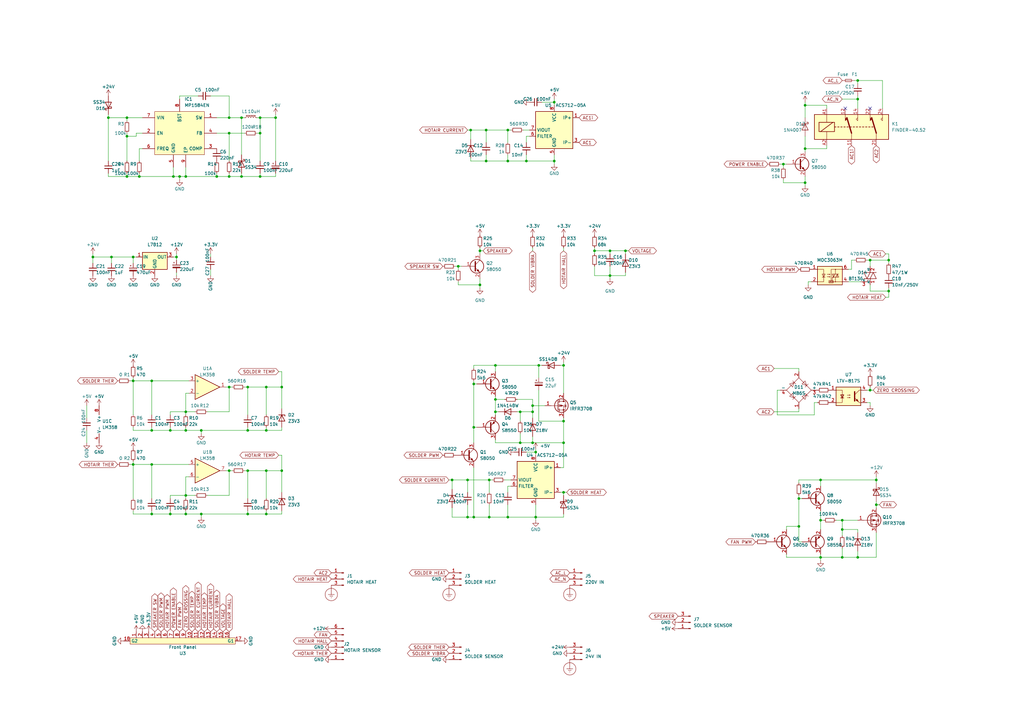
<source format=kicad_sch>
(kicad_sch (version 20211123) (generator eeschema)
  (paper "A3")
  (junction (at 45.72 105.41))
  (junction (at 345.44 217.17))
  (junction (at 359.41 207.01))
  (junction (at 345.44 213.36))
  (junction (at 69.85 210.82))
  (junction (at 250.19 102.87))
  (junction (at 351.79 33.02))
  (junction (at 93.98 158.75))
  (junction (at 330.2 60.96))
  (junction (at 101.6 176.53))
  (junction (at 194.31 157.48))
  (junction (at 200.66 196.85))
  (junction (at 115.57 193.04))
  (junction (at 62.23 156.21))
  (junction (at 101.6 193.04))
  (junction (at 208.28 66.04))
  (junction (at 101.6 158.75))
  (junction (at 243.84 102.87))
  (junction (at 351.79 228.6))
  (junction (at 193.04 53.34))
  (junction (at 88.9 72.39))
  (junction (at 213.36 181.61))
  (junction (at 321.31 67.31))
  (junction (at 327.66 215.9))
  (junction (at 76.2 168.91))
  (junction (at 336.55 213.36))
  (junction (at 38.1 105.41))
  (junction (at 231.14 149.86))
  (junction (at 52.07 72.39))
  (junction (at 356.87 106.68))
  (junction (at 196.85 116.84))
  (junction (at 106.68 54.61))
  (junction (at 191.77 212.09))
  (junction (at 109.22 158.75))
  (junction (at 44.45 48.26))
  (junction (at 93.98 54.61))
  (junction (at 336.55 196.85))
  (junction (at 250.19 113.03))
  (junction (at 115.57 158.75))
  (junction (at 93.98 48.26))
  (junction (at 57.15 72.39))
  (junction (at 99.06 72.39))
  (junction (at 203.2 168.91))
  (junction (at 72.39 105.41))
  (junction (at 76.2 210.82))
  (junction (at 231.14 172.72))
  (junction (at 82.55 176.53))
  (junction (at 62.23 176.53))
  (junction (at 76.2 176.53))
  (junction (at 99.06 48.26))
  (junction (at 203.2 149.86))
  (junction (at 218.44 166.37))
  (junction (at 364.49 119.38))
  (junction (at 231.14 201.93))
  (junction (at 256.54 102.87))
  (junction (at 218.44 168.91))
  (junction (at 54.61 105.41))
  (junction (at 54.61 156.21))
  (junction (at 356.87 160.02))
  (junction (at 215.9 66.04))
  (junction (at 219.71 185.42))
  (junction (at 76.2 72.39))
  (junction (at 330.2 74.93))
  (junction (at 106.68 72.39))
  (junction (at 220.98 149.86))
  (junction (at 109.22 193.04))
  (junction (at 73.66 72.39))
  (junction (at 227.33 66.04))
  (junction (at 54.61 190.5))
  (junction (at 199.39 53.34))
  (junction (at 359.41 196.85))
  (junction (at 200.66 212.09))
  (junction (at 62.23 210.82))
  (junction (at 218.44 181.61))
  (junction (at 203.2 163.83))
  (junction (at 330.2 43.18))
  (junction (at 93.98 193.04))
  (junction (at 52.07 48.26))
  (junction (at 69.85 176.53))
  (junction (at 93.98 72.39))
  (junction (at 109.22 176.53))
  (junction (at 52.07 55.88))
  (junction (at 185.42 196.85))
  (junction (at 194.31 212.09))
  (junction (at 208.28 53.34))
  (junction (at 109.22 210.82))
  (junction (at 62.23 190.5))
  (junction (at 351.79 40.64))
  (junction (at 213.36 168.91))
  (junction (at 71.12 72.39))
  (junction (at 336.55 228.6))
  (junction (at 219.71 212.09))
  (junction (at 227.33 41.91))
  (junction (at 101.6 210.82))
  (junction (at 199.39 66.04))
  (junction (at 113.03 48.26))
  (junction (at 364.49 106.68))
  (junction (at 208.28 212.09))
  (junction (at 345.44 228.6))
  (junction (at 231.14 181.61))
  (junction (at 327.66 204.47))
  (junction (at 191.77 196.85))
  (junction (at 187.96 109.22))
  (junction (at 196.85 102.87))
  (junction (at 82.55 210.82))
  (junction (at 194.31 175.26))
  (junction (at 106.68 48.26))
  (junction (at 76.2 203.2))
  (no_connect (at 356.87 44.45))
  (no_connect (at 346.71 44.45))
  (wire (pts (xy 194.31 175.26) (xy 194.31 181.61)))
  (wire (pts (xy 109.22 158.75) (xy 101.6 158.75)))
  (wire (pts (xy 208.28 201.93) (xy 208.28 199.39)))
  (wire (pts (xy 73.66 72.39) (xy 73.66 73.66)))
  (wire (pts (xy 193.04 66.04) (xy 199.39 66.04)))
  (wire (pts (xy 58.42 54.61) (xy 55.88 54.61)))
  (wire (pts (xy 88.9 48.26) (xy 93.98 48.26)))
  (wire (pts (xy 330.2 48.26) (xy 330.2 43.18)))
  (wire (pts (xy 115.57 176.53) (xy 109.22 176.53)))
  (wire (pts (xy 99.06 48.26) (xy 99.06 63.5)))
  (wire (pts (xy 345.44 213.36) (xy 351.79 213.36)))
  (wire (pts (xy 196.85 102.87) (xy 198.12 102.87)))
  (wire (pts (xy 356.87 166.37) (xy 356.87 165.1)))
  (wire (pts (xy 62.23 176.53) (xy 69.85 176.53)))
  (wire (pts (xy 106.68 48.26) (xy 105.41 48.26)))
  (wire (pts (xy 101.6 170.18) (xy 101.6 158.75)))
  (wire (pts (xy 191.77 196.85) (xy 200.66 196.85)))
  (wire (pts (xy 231.14 171.45) (xy 231.14 172.72)))
  (wire (pts (xy 71.12 72.39) (xy 73.66 72.39)))
  (wire (pts (xy 218.44 101.6) (xy 218.44 102.87)))
  (wire (pts (xy 342.9 213.36) (xy 345.44 213.36)))
  (wire (pts (xy 330.2 55.88) (xy 330.2 60.96)))
  (wire (pts (xy 187.96 115.57) (xy 187.96 116.84)))
  (wire (pts (xy 191.77 53.34) (xy 193.04 53.34)))
  (wire (pts (xy 218.44 179.07) (xy 218.44 181.61)))
  (wire (pts (xy 364.49 121.92) (xy 364.49 119.38)))
  (wire (pts (xy 334.01 165.1) (xy 334.01 170.18)))
  (wire (pts (xy 80.01 168.91) (xy 76.2 168.91)))
  (wire (pts (xy 93.98 158.75) (xy 92.71 158.75)))
  (wire (pts (xy 109.22 170.18) (xy 109.22 158.75)))
  (wire (pts (xy 76.2 168.91) (xy 76.2 170.18)))
  (wire (pts (xy 52.07 55.88) (xy 52.07 54.61)))
  (wire (pts (xy 243.84 113.03) (xy 243.84 109.22)))
  (wire (pts (xy 199.39 66.04) (xy 208.28 66.04)))
  (wire (pts (xy 203.2 181.61) (xy 203.2 180.34)))
  (wire (pts (xy 345.44 224.79) (xy 345.44 228.6)))
  (wire (pts (xy 191.77 212.09) (xy 194.31 212.09)))
  (wire (pts (xy 93.98 203.2) (xy 93.98 193.04)))
  (wire (pts (xy 345.44 217.17) (xy 351.79 217.17)))
  (wire (pts (xy 196.85 101.6) (xy 196.85 102.87)))
  (wire (pts (xy 86.36 39.37) (xy 93.98 39.37)))
  (wire (pts (xy 218.44 166.37) (xy 218.44 168.91)))
  (wire (pts (xy 336.55 213.36) (xy 336.55 217.17)))
  (wire (pts (xy 336.55 228.6) (xy 336.55 229.87)))
  (wire (pts (xy 334.01 170.18) (xy 318.77 170.18)))
  (wire (pts (xy 345.44 40.64) (xy 351.79 40.64)))
  (wire (pts (xy 330.2 74.93) (xy 330.2 72.39)))
  (wire (pts (xy 54.61 175.26) (xy 54.61 176.53)))
  (wire (pts (xy 203.2 163.83) (xy 207.01 163.83)))
  (wire (pts (xy 208.28 63.5) (xy 208.28 66.04)))
  (wire (pts (xy 86.36 104.14) (xy 86.36 105.41)))
  (wire (pts (xy 54.61 156.21) (xy 62.23 156.21)))
  (wire (pts (xy 62.23 204.47) (xy 62.23 190.5)))
  (wire (pts (xy 187.96 116.84) (xy 196.85 116.84)))
  (wire (pts (xy 44.45 46.99) (xy 44.45 48.26)))
  (wire (pts (xy 100.33 193.04) (xy 101.6 193.04)))
  (wire (pts (xy 256.54 113.03) (xy 250.19 113.03)))
  (wire (pts (xy 76.2 161.29) (xy 77.47 161.29)))
  (wire (pts (xy 93.98 158.75) (xy 95.25 158.75)))
  (wire (pts (xy 322.58 227.33) (xy 322.58 228.6)))
  (wire (pts (xy 109.22 193.04) (xy 101.6 193.04)))
  (wire (pts (xy 361.95 44.45) (xy 361.95 33.02)))
  (wire (pts (xy 330.2 60.96) (xy 339.09 60.96)))
  (wire (pts (xy 82.55 210.82) (xy 82.55 212.09)))
  (wire (pts (xy 72.39 111.76) (xy 72.39 113.03)))
  (wire (pts (xy 231.14 181.61) (xy 231.14 191.77)))
  (wire (pts (xy 208.28 212.09) (xy 219.71 212.09)))
  (wire (pts (xy 356.87 106.68) (xy 356.87 109.22)))
  (wire (pts (xy 359.41 196.85) (xy 336.55 196.85)))
  (wire (pts (xy 317.5 151.13) (xy 327.66 151.13)))
  (wire (pts (xy 88.9 71.12) (xy 88.9 72.39)))
  (wire (pts (xy 81.28 39.37) (xy 73.66 39.37)))
  (wire (pts (xy 200.66 212.09) (xy 208.28 212.09)))
  (wire (pts (xy 330.2 43.18) (xy 339.09 43.18)))
  (wire (pts (xy 196.85 118.11) (xy 196.85 116.84)))
  (wire (pts (xy 318.77 160.02) (xy 320.04 160.02)))
  (wire (pts (xy 115.57 152.4) (xy 114.3 152.4)))
  (wire (pts (xy 222.25 41.91) (xy 227.33 41.91)))
  (wire (pts (xy 62.23 156.21) (xy 77.47 156.21)))
  (wire (pts (xy 72.39 104.14) (xy 72.39 105.41)))
  (wire (pts (xy 335.28 165.1) (xy 334.01 165.1)))
  (wire (pts (xy 250.19 113.03) (xy 243.84 113.03)))
  (wire (pts (xy 331.47 115.57) (xy 332.74 115.57)))
  (wire (pts (xy 213.36 168.91) (xy 213.36 172.72)))
  (wire (pts (xy 69.85 176.53) (xy 76.2 176.53)))
  (wire (pts (xy 55.88 54.61) (xy 55.88 55.88)))
  (wire (pts (xy 351.79 218.44) (xy 351.79 217.17)))
  (wire (pts (xy 359.41 228.6) (xy 351.79 228.6)))
  (wire (pts (xy 69.85 209.55) (xy 69.85 210.82)))
  (wire (pts (xy 54.61 204.47) (xy 54.61 190.5)))
  (wire (pts (xy 44.45 48.26) (xy 52.07 48.26)))
  (wire (pts (xy 336.55 228.6) (xy 336.55 227.33)))
  (wire (pts (xy 327.66 151.13) (xy 327.66 152.4)))
  (wire (pts (xy 200.66 207.01) (xy 200.66 212.09)))
  (wire (pts (xy 243.84 102.87) (xy 243.84 104.14)))
  (wire (pts (xy 213.36 181.61) (xy 203.2 181.61)))
  (wire (pts (xy 45.72 105.41) (xy 54.61 105.41)))
  (wire (pts (xy 219.71 212.09) (xy 219.71 213.36)))
  (wire (pts (xy 53.34 190.5) (xy 54.61 190.5)))
  (wire (pts (xy 327.66 196.85) (xy 327.66 198.12)))
  (wire (pts (xy 231.14 148.59) (xy 231.14 149.86)))
  (wire (pts (xy 69.85 168.91) (xy 69.85 170.18)))
  (wire (pts (xy 212.09 168.91) (xy 213.36 168.91)))
  (wire (pts (xy 93.98 48.26) (xy 99.06 48.26)))
  (wire (pts (xy 339.09 60.96) (xy 339.09 59.69)))
  (wire (pts (xy 356.87 158.75) (xy 356.87 160.02)))
  (wire (pts (xy 194.31 156.21) (xy 194.31 157.48)))
  (wire (pts (xy 345.44 228.6) (xy 336.55 228.6)))
  (wire (pts (xy 208.28 53.34) (xy 209.55 53.34)))
  (wire (pts (xy 203.2 163.83) (xy 203.2 168.91)))
  (wire (pts (xy 76.2 168.91) (xy 76.2 161.29)))
  (wire (pts (xy 85.09 168.91) (xy 93.98 168.91)))
  (wire (pts (xy 200.66 196.85) (xy 201.93 196.85)))
  (wire (pts (xy 101.6 176.53) (xy 82.55 176.53)))
  (wire (pts (xy 185.42 200.66) (xy 185.42 196.85)))
  (wire (pts (xy 231.14 161.29) (xy 231.14 149.86)))
  (wire (pts (xy 93.98 54.61) (xy 100.33 54.61)))
  (wire (pts (xy 219.71 207.01) (xy 219.71 212.09)))
  (wire (pts (xy 363.22 104.14) (xy 364.49 104.14)))
  (wire (pts (xy 212.09 163.83) (xy 218.44 163.83)))
  (wire (pts (xy 115.57 193.04) (xy 109.22 193.04)))
  (wire (pts (xy 250.19 109.22) (xy 250.19 113.03)))
  (wire (pts (xy 231.14 181.61) (xy 218.44 181.61)))
  (wire (pts (xy 113.03 72.39) (xy 113.03 71.12)))
  (wire (pts (xy 62.23 156.21) (xy 62.23 170.18)))
  (wire (pts (xy 113.03 66.04) (xy 113.03 48.26)))
  (wire (pts (xy 195.58 157.48) (xy 194.31 157.48)))
  (wire (pts (xy 231.14 201.93) (xy 231.14 203.2)))
  (wire (pts (xy 219.71 184.15) (xy 219.71 185.42)))
  (wire (pts (xy 38.1 105.41) (xy 45.72 105.41)))
  (wire (pts (xy 54.61 209.55) (xy 54.61 210.82)))
  (wire (pts (xy 76.2 210.82) (xy 82.55 210.82)))
  (wire (pts (xy 57.15 71.12) (xy 57.15 72.39)))
  (wire (pts (xy 54.61 154.94) (xy 54.61 156.21)))
  (wire (pts (xy 85.09 203.2) (xy 93.98 203.2)))
  (wire (pts (xy 52.07 55.88) (xy 52.07 66.04)))
  (wire (pts (xy 218.44 166.37) (xy 223.52 166.37)))
  (wire (pts (xy 356.87 116.84) (xy 356.87 119.38)))
  (wire (pts (xy 44.45 71.12) (xy 44.45 72.39)))
  (wire (pts (xy 219.71 212.09) (xy 231.14 212.09)))
  (wire (pts (xy 199.39 58.42) (xy 199.39 53.34)))
  (wire (pts (xy 86.36 110.49) (xy 86.36 113.03)))
  (wire (pts (xy 71.12 68.58) (xy 71.12 72.39)))
  (wire (pts (xy 194.31 175.26) (xy 195.58 175.26)))
  (wire (pts (xy 93.98 54.61) (xy 88.9 54.61)))
  (wire (pts (xy 215.9 58.42) (xy 215.9 55.88)))
  (wire (pts (xy 72.39 105.41) (xy 72.39 106.68)))
  (wire (pts (xy 203.2 168.91) (xy 203.2 170.18)))
  (wire (pts (xy 203.2 149.86) (xy 194.31 149.86)))
  (wire (pts (xy 115.57 186.69) (xy 115.57 193.04)))
  (wire (pts (xy 101.6 209.55) (xy 101.6 210.82)))
  (wire (pts (xy 69.85 168.91) (xy 76.2 168.91)))
  (wire (pts (xy 317.5 168.91) (xy 327.66 168.91)))
  (wire (pts (xy 250.19 102.87) (xy 250.19 104.14)))
  (wire (pts (xy 351.79 33.02) (xy 350.52 33.02)))
  (wire (pts (xy 351.79 44.45) (xy 351.79 40.64)))
  (wire (pts (xy 351.79 40.64) (xy 351.79 39.37)))
  (wire (pts (xy 327.66 222.25) (xy 327.66 215.9)))
  (wire (pts (xy 76.2 176.53) (xy 76.2 175.26)))
  (wire (pts (xy 215.9 185.42) (xy 219.71 185.42)))
  (wire (pts (xy 351.79 228.6) (xy 345.44 228.6)))
  (wire (pts (xy 114.3 186.69) (xy 115.57 186.69)))
  (wire (pts (xy 330.2 76.2) (xy 330.2 74.93)))
  (wire (pts (xy 62.23 175.26) (xy 62.23 176.53)))
  (wire (pts (xy 327.66 196.85) (xy 336.55 196.85)))
  (wire (pts (xy 44.45 72.39) (xy 52.07 72.39)))
  (wire (pts (xy 231.14 210.82) (xy 231.14 212.09)))
  (wire (pts (xy 106.68 72.39) (xy 113.03 72.39)))
  (wire (pts (xy 199.39 53.34) (xy 208.28 53.34)))
  (wire (pts (xy 38.1 104.14) (xy 38.1 105.41)))
  (wire (pts (xy 44.45 66.04) (xy 44.45 48.26)))
  (wire (pts (xy 88.9 72.39) (xy 93.98 72.39)))
  (wire (pts (xy 100.33 158.75) (xy 101.6 158.75)))
  (wire (pts (xy 71.12 105.41) (xy 72.39 105.41)))
  (wire (pts (xy 115.57 158.75) (xy 115.57 152.4)))
  (wire (pts (xy 199.39 63.5) (xy 199.39 66.04)))
  (wire (pts (xy 322.58 228.6) (xy 336.55 228.6)))
  (wire (pts (xy 363.22 121.92) (xy 364.49 121.92)))
  (wire (pts (xy 250.19 102.87) (xy 243.84 102.87)))
  (wire (pts (xy 101.6 204.47) (xy 101.6 193.04)))
  (wire (pts (xy 99.06 48.26) (xy 100.33 48.26)))
  (wire (pts (xy 218.44 166.37) (xy 218.44 163.83)))
  (wire (pts (xy 227.33 41.91) (xy 227.33 43.18)))
  (wire (pts (xy 364.49 104.14) (xy 364.49 106.68)))
  (wire (pts (xy 76.2 203.2) (xy 76.2 195.58)))
  (wire (pts (xy 109.22 175.26) (xy 109.22 176.53)))
  (wire (pts (xy 214.63 53.34) (xy 217.17 53.34)))
  (wire (pts (xy 106.68 66.04) (xy 106.68 54.61)))
  (wire (pts (xy 52.07 72.39) (xy 52.07 71.12)))
  (wire (pts (xy 322.58 215.9) (xy 327.66 215.9)))
  (wire (pts (xy 204.47 168.91) (xy 203.2 168.91)))
  (wire (pts (xy 330.2 41.91) (xy 330.2 43.18)))
  (wire (pts (xy 93.98 39.37) (xy 93.98 48.26)))
  (wire (pts (xy 52.07 48.26) (xy 58.42 48.26)))
  (wire (pts (xy 105.41 54.61) (xy 106.68 54.61)))
  (wire (pts (xy 331.47 116.84) (xy 331.47 115.57)))
  (wire (pts (xy 336.55 213.36) (xy 337.82 213.36)))
  (wire (pts (xy 93.98 72.39) (xy 99.06 72.39)))
  (wire (pts (xy 200.66 201.93) (xy 200.66 196.85)))
  (wire (pts (xy 54.61 189.23) (xy 54.61 190.5)))
  (wire (pts (xy 231.14 172.72) (xy 231.14 181.61)))
  (wire (pts (xy 115.57 210.82) (xy 109.22 210.82)))
  (wire (pts (xy 203.2 162.56) (xy 203.2 163.83)))
  (wire (pts (xy 109.22 209.55) (xy 109.22 210.82)))
  (wire (pts (xy 359.41 205.74) (xy 359.41 207.01)))
  (wire (pts (xy 113.03 46.99) (xy 113.03 48.26)))
  (wire (pts (xy 76.2 72.39) (xy 88.9 72.39)))
  (wire (pts (xy 336.55 196.85) (xy 336.55 199.39)))
  (wire (pts (xy 57.15 60.96) (xy 58.42 60.96)))
  (wire (pts (xy 99.06 71.12) (xy 99.06 72.39)))
  (wire (pts (xy 361.95 33.02) (xy 351.79 33.02)))
  (wire (pts (xy 113.03 48.26) (xy 106.68 48.26)))
  (wire (pts (xy 193.04 57.15) (xy 193.04 53.34)))
  (wire (pts (xy 93.98 71.12) (xy 93.98 72.39)))
  (wire (pts (xy 359.41 207.01) (xy 360.68 207.01)))
  (wire (pts (xy 69.85 175.26) (xy 69.85 176.53)))
  (wire (pts (xy 82.55 176.53) (xy 76.2 176.53)))
  (wire (pts (xy 185.42 196.85) (xy 191.77 196.85)))
  (wire (pts (xy 231.14 201.93) (xy 232.41 201.93)))
  (wire (pts (xy 52.07 49.53) (xy 52.07 48.26)))
  (wire (pts (xy 229.87 201.93) (xy 231.14 201.93)))
  (wire (pts (xy 359.41 198.12) (xy 359.41 196.85)))
  (wire (pts (xy 356.87 160.02) (xy 358.14 160.02)))
  (wire (pts (xy 227.33 40.64) (xy 227.33 41.91)))
  (wire (pts (xy 218.44 168.91) (xy 218.44 171.45)))
  (wire (pts (xy 115.57 167.64) (xy 115.57 158.75)))
  (wire (pts (xy 109.22 204.47) (xy 109.22 193.04)))
  (wire (pts (xy 194.31 191.77) (xy 194.31 212.09)))
  (wire (pts (xy 62.23 210.82) (xy 69.85 210.82)))
  (wire (pts (xy 327.66 203.2) (xy 327.66 204.47)))
  (wire (pts (xy 106.68 54.61) (xy 106.68 48.26)))
  (wire (pts (xy 185.42 208.28) (xy 185.42 212.09)))
  (wire (pts (xy 231.14 149.86) (xy 229.87 149.86)))
  (wire (pts (xy 76.2 68.58) (xy 76.2 72.39)))
  (wire (pts (xy 364.49 106.68) (xy 356.87 106.68)))
  (wire (pts (xy 243.84 101.6) (xy 243.84 102.87)))
  (wire (pts (xy 215.9 55.88) (xy 217.17 55.88)))
  (wire (pts (xy 256.54 102.87) (xy 257.81 102.87)))
  (wire (pts (xy 69.85 203.2) (xy 76.2 203.2)))
  (wire (pts (xy 327.66 215.9) (xy 327.66 204.47)))
  (wire (pts (xy 184.15 196.85) (xy 185.42 196.85)))
  (wire (pts (xy 69.85 203.2) (xy 69.85 204.47)))
  (wire (pts (xy 54.61 105.41) (xy 54.61 107.95)))
  (wire (pts (xy 364.49 119.38) (xy 364.49 118.11)))
  (wire (pts (xy 318.77 170.18) (xy 318.77 160.02)))
  (wire (pts (xy 220.98 149.86) (xy 203.2 149.86)))
  (wire (pts (xy 187.96 109.22) (xy 186.69 109.22)))
  (wire (pts (xy 196.85 102.87) (xy 196.85 104.14)))
  (wire (pts (xy 231.14 101.6) (xy 231.14 102.87)))
  (wire (pts (xy 203.2 149.86) (xy 203.2 152.4)))
  (wire (pts (xy 321.31 67.31) (xy 322.58 67.31)))
  (wire (pts (xy 115.57 209.55) (xy 115.57 210.82)))
  (wire (pts (xy 220.98 149.86) (xy 220.98 154.94)))
  (wire (pts (xy 355.6 160.02) (xy 356.87 160.02)))
  (wire (pts (xy 194.31 212.09) (xy 200.66 212.09)))
  (wire (pts (xy 196.85 116.84) (xy 196.85 114.3)))
  (wire (pts (xy 115.57 158.75) (xy 109.22 158.75)))
  (wire (pts (xy 327.66 168.91) (xy 327.66 167.64)))
  (wire (pts (xy 347.98 115.57) (xy 353.06 115.57)))
  (wire (pts (xy 54.61 210.82) (xy 62.23 210.82)))
  (wire (pts (xy 82.55 210.82) (xy 101.6 210.82)))
  (wire (pts (xy 207.01 196.85) (xy 209.55 196.85)))
  (wire (pts (xy 35.56 166.37) (xy 35.56 171.45)))
  (wire (pts (xy 218.44 181.61) (xy 213.36 181.61)))
  (wire (pts (xy 213.36 177.8) (xy 213.36 181.61)))
  (wire (pts (xy 350.52 106.68) (xy 349.25 106.68)))
  (wire (pts (xy 355.6 106.68) (xy 356.87 106.68)))
  (wire (pts (xy 213.36 168.91) (xy 218.44 168.91)))
  (wire (pts (xy 208.28 207.01) (xy 208.28 212.09)))
  (wire (pts (xy 187.96 109.22) (xy 189.23 109.22)))
  (wire (pts (xy 222.25 149.86) (xy 220.98 149.86)))
  (wire (pts (xy 115.57 175.26) (xy 115.57 176.53)))
  (wire (pts (xy 256.54 102.87) (xy 250.19 102.87)))
  (wire (pts (xy 93.98 66.04) (xy 93.98 54.61)))
  (wire (pts (xy 250.19 113.03) (xy 250.19 114.3)))
  (wire (pts (xy 106.68 71.12) (xy 106.68 72.39)))
  (wire (pts (xy 322.58 217.17) (xy 322.58 215.9)))
  (wire (pts (xy 193.04 64.77) (xy 193.04 66.04)))
  (wire (pts (xy 351.79 226.06) (xy 351.79 228.6)))
  (wire (pts (xy 193.04 53.34) (xy 199.39 53.34)))
  (wire (pts (xy 208.28 66.04) (xy 215.9 66.04)))
  (wire (pts (xy 328.93 222.25) (xy 327.66 222.25)))
  (wire (pts (xy 187.96 110.49) (xy 187.96 109.22)))
  (wire (pts (xy 35.56 176.53) (xy 35.56 181.61)))
  (wire (pts (xy 115.57 201.93) (xy 115.57 193.04)))
  (wire (pts (xy 345.44 217.17) (xy 345.44 219.71)))
  (wire (pts (xy 53.34 156.21) (xy 54.61 156.21)))
  (wire (pts (xy 76.2 210.82) (xy 76.2 209.55)))
  (wire (pts (xy 57.15 72.39) (xy 71.12 72.39)))
  (wire (pts (xy 191.77 201.93) (xy 191.77 196.85)))
  (wire (pts (xy 55.88 55.88) (xy 52.07 55.88)))
  (wire (pts (xy 99.06 72.39) (xy 106.68 72.39)))
  (wire (pts (xy 256.54 111.76) (xy 256.54 113.03)))
  (wire (pts (xy 336.55 209.55) (xy 336.55 213.36)))
  (wire (pts (xy 256.54 104.14) (xy 256.54 102.87)))
  (wire (pts (xy 57.15 66.04) (xy 57.15 60.96)))
  (wire (pts (xy 351.79 34.29) (xy 351.79 33.02)))
  (wire (pts (xy 38.1 107.95) (xy 38.1 105.41)))
  (wire (pts (xy 76.2 203.2) (xy 76.2 204.47)))
  (wire (pts (xy 191.77 207.01) (xy 191.77 212.09)))
  (wire (pts (xy 109.22 176.53) (xy 101.6 176.53)))
  (wire (pts (xy 330.2 60.96) (xy 330.2 62.23)))
  (wire (pts (xy 364.49 107.95) (xy 364.49 106.68)))
  (wire (pts (xy 345.44 213.36) (xy 345.44 217.17)))
  (wire (pts (xy 93.98 168.91) (xy 93.98 158.75)))
  (wire (pts (xy 194.31 149.86) (xy 194.31 151.13)))
  (wire (pts (xy 229.87 191.77) (xy 231.14 191.77)))
  (wire (pts (xy 215.9 66.04) (xy 227.33 66.04)))
  (wire (pts (xy 62.23 209.55) (xy 62.23 210.82)))
  (wire (pts (xy 208.28 58.42) (xy 208.28 53.34)))
  (wire (pts (xy 220.98 160.02) (xy 220.98 172.72)))
  (wire (pts (xy 45.72 107.95) (xy 45.72 105.41)))
  (wire (pts (xy 359.41 218.44) (xy 359.41 228.6)))
  (wire (pts (xy 55.88 105.41) (xy 54.61 105.41)))
  (wire (pts (xy 82.55 176.53) (xy 82.55 177.8)))
  (wire (pts (xy 52.07 72.39) (xy 57.15 72.39)))
  (wire (pts (xy 73.66 72.39) (xy 76.2 72.39)))
  (wire (pts (xy 194.31 157.48) (xy 194.31 175.26)))
  (wire (pts (xy 101.6 175.26) (xy 101.6 176.53)))
  (wire (pts (xy 73.66 39.37) (xy 73.66 40.64)))
  (wire (pts (xy 327.66 204.47) (xy 328.93 204.47)))
  (wire (pts (xy 321.31 67.31) (xy 320.04 67.31)))
  (wire (pts (xy 219.71 185.42) (xy 219.71 186.69)))
  (wire (pts (xy 185.42 212.09) (xy 191.77 212.09)))
  (wire (pts (xy 93.98 193.04) (xy 95.25 193.04)))
  (wire (pts (xy 80.01 203.2) (xy 76.2 203.2)))
  (wire (pts (xy 356.87 119.38) (xy 364.49 119.38)))
  (wire (pts (xy 359.41 207.01) (xy 359.41 208.28)))
  (wire (pts (xy 54.61 190.5) (xy 62.23 190.5)))
  (wire (pts (xy 339.09 43.18) (xy 339.09 44.45)))
  (wire (pts (xy 54.61 170.18) (xy 54.61 156.21)))
  (wire (pts (xy 93.98 193.04) (xy 92.71 193.04)))
  (wire (pts (xy 356.87 165.1) (xy 355.6 165.1)))
  (wire (pts (xy 215.9 63.5) (xy 215.9 66.04)))
  (wire (pts (xy 321.31 73.66) (xy 321.31 74.93)))
  (wire (pts (xy 220.98 172.72) (xy 231.14 172.72)))
  (wire (pts (xy 321.31 74.93) (xy 330.2 74.93)))
  (wire (pts (xy 76.2 195.58) (xy 77.47 195.58)))
  (wire (pts (xy 349.25 106.68) (xy 349.25 110.49)))
  (wire (pts (xy 208.28 199.39) (xy 209.55 199.39)))
  (wire (pts (xy 321.31 68.58) (xy 321.31 67.31)))
  (wire (pts (xy 349.25 110.49) (xy 347.98 110.49)))
  (wire (pts (xy 227.33 67.31) (xy 227.33 66.04)))
  (wire (pts (xy 54.61 176.53) (xy 62.23 176.53)))
  (wire (pts (xy 359.41 195.58) (xy 359.41 196.85)))
  (wire (pts (xy 62.23 190.5) (xy 77.47 190.5)))
  (wire (pts (xy 109.22 210.82) (xy 101.6 210.82)))
  (wire (pts (xy 69.85 210.82) (xy 76.2 210.82)))
  (wire (pts (xy 227.33 66.04) (xy 227.33 63.5)))
  (global_label "SOLDER THER" (shape bidirectional) (at 48.26 156.21 180) (property "Intersheet References" "${INTERSHEET_REFS}" (effects hide)))
  (global_label "SOLDER VIBRA" (shape bidirectional) (at 218.44 102.87 270) (property "Intersheet References" "${INTERSHEET_REFS}" (effects hide)))
  (global_label "HOTAIR THER" (shape bidirectional) (at 48.26 190.5 180) (property "Intersheet References" "${INTERSHEET_REFS}" (effects hide)))
  (global_label "HOTAIR HALL" (shape bidirectional) (at 231.14 102.87 270) (property "Intersheet References" "${INTERSHEET_REFS}" (effects hide)))
  (global_label "SOLDER VIBRA" (shape bidirectional) (at 88.9 259.08 90) (property "Intersheet References" "${INTERSHEET_REFS}" (effects hide)))
  (global_label "AC_N" (shape bidirectional) (at 233.68 237.49 180) (property "Intersheet References" "${INTERSHEET_REFS}" (effects hide)))
  (global_label "HOTAIR PWM" (shape bidirectional) (at 68.58 259.08 90) (property "Intersheet References" "${INTERSHEET_REFS}" (effects hide)))
  (global_label "FAN" (shape bidirectional) (at 360.68 207.01 0) (property "Intersheet References" "${INTERSHEET_REFS}" (effects hide)))
  (global_label "HOTAIR HALL" (shape bidirectional) (at 93.98 259.08 90) (property "Intersheet References" "${INTERSHEET_REFS}" (effects hide)))
  (global_label "AC1i" (shape bidirectional) (at 237.49 48.26 0) (property "Intersheet References" "${INTERSHEET_REFS}" (effects hide)))
  (global_label "SOLDER PWM" (shape bidirectional) (at 66.04 259.08 90) (property "Intersheet References" "${INTERSHEET_REFS}" (effects hide)))
  (global_label "AC1" (shape bidirectional) (at 363.22 104.14 180) (property "Intersheet References" "${INTERSHEET_REFS}" (effects hide)))
  (global_label "HOTAIR HEAT" (shape bidirectional) (at 363.22 121.92 180) (property "Intersheet References" "${INTERSHEET_REFS}" (effects hide)))
  (global_label "AC_N" (shape bidirectional) (at 345.44 40.64 180) (property "Intersheet References" "${INTERSHEET_REFS}" (effects hide)))
  (global_label "AC1" (shape bidirectional) (at 317.5 151.13 180) (property "Intersheet References" "${INTERSHEET_REFS}" (effects hide)))
  (global_label "SPEAKER" (shape bidirectional) (at 198.12 102.87 0) (property "Intersheet References" "${INTERSHEET_REFS}" (effects hide)))
  (global_label "SOLDER TEMP" (shape bidirectional) (at 114.3 152.4 180) (property "Intersheet References" "${INTERSHEET_REFS}" (effects hide)))
  (global_label "AC2" (shape bidirectional) (at 317.5 168.91 180) (property "Intersheet References" "${INTERSHEET_REFS}" (effects hide)))
  (global_label "POWER ENABLE" (shape bidirectional) (at 314.96 67.31 180) (property "Intersheet References" "${INTERSHEET_REFS}" (effects hide)))
  (global_label "ZERO CROSSING" (shape bidirectional) (at 358.14 160.02 0) (property "Intersheet References" "${INTERSHEET_REFS}" (effects hide)))
  (global_label "ZERO CROSSING" (shape bidirectional) (at 76.2 259.08 90) (property "Intersheet References" "${INTERSHEET_REFS}" (effects hide)))
  (global_label "HOTAIR HEAT" (shape bidirectional) (at 135.89 237.49 180) (property "Intersheet References" "${INTERSHEET_REFS}" (effects hide)))
  (global_label "SOLDER CURRENT" (shape bidirectional) (at 184.15 196.85 180) (property "Intersheet References" "${INTERSHEET_REFS}" (effects hide)))
  (global_label "AC1" (shape bidirectional) (at 237.49 58.42 0) (property "Intersheet References" "${INTERSHEET_REFS}" (effects hide)))
  (global_label "VOLTAGE" (shape bidirectional) (at 257.81 102.87 0) (property "Intersheet References" "${INTERSHEET_REFS}" (effects hide)))
  (global_label "AC2" (shape bidirectional) (at 135.89 234.95 180) (property "Intersheet References" "${INTERSHEET_REFS}" (effects hide)))
  (global_label "HOTAIR TEMP" (shape bidirectional) (at 114.3 186.69 180) (property "Intersheet References" "${INTERSHEET_REFS}" (effects hide)))
  (global_label "HOTAIR PWM" (shape bidirectional) (at 327.66 110.49 180) (property "Intersheet References" "${INTERSHEET_REFS}" (effects hide)))
  (global_label "HOTAIR THER" (shape bidirectional) (at 135.89 267.97 180) (property "Intersheet References" "${INTERSHEET_REFS}" (effects hide)))
  (global_label "FAN" (shape bidirectional) (at 135.89 260.35 180) (property "Intersheet References" "${INTERSHEET_REFS}" (effects hide)))
  (global_label "SPEAKER" (shape bidirectional) (at 278.13 252.73 180) (property "Intersheet References" "${INTERSHEET_REFS}" (effects hide)))
  (global_label "SOLDER PWM" (shape bidirectional) (at 181.61 186.69 180) (property "Intersheet References" "${INTERSHEET_REFS}" (effects hide)))
  (global_label "SOLDER HEAT" (shape bidirectional) (at 232.41 201.93 0) (property "Intersheet References" "${INTERSHEET_REFS}" (effects hide)))
  (global_label "VOLTAGE" (shape bidirectional) (at 91.44 259.08 90) (property "Intersheet References" "${INTERSHEET_REFS}" (effects hide)))
  (global_label "AC2" (shape bidirectional) (at 359.41 59.69 270) (property "Intersheet References" "${INTERSHEET_REFS}" (effects hide)))
  (global_label "HOTAIR TEMP" (shape bidirectional) (at 83.82 259.08 90) (property "Intersheet References" "${INTERSHEET_REFS}" (effects hide)))
  (global_label "HOTAIR CURRENT" (shape bidirectional) (at 191.77 53.34 180) (property "Intersheet References" "${INTERSHEET_REFS}" (effects hide)))
  (global_label "SOLDER THER" (shape bidirectional) (at 184.15 265.43 180) (property "Intersheet References" "${INTERSHEET_REFS}" (effects hide)))
  (global_label "FAN PWM" (shape bidirectional) (at 309.88 222.25 180) (property "Intersheet References" "${INTERSHEET_REFS}" (effects hide)))
  (global_label "SOLDER HEAT" (shape bidirectional) (at 184.15 234.95 180) (property "Intersheet References" "${INTERSHEET_REFS}" (effects hide)))
  (global_label "POWER ENABLE" (shape bidirectional) (at 71.12 259.08 90) (property "Intersheet References" "${INTERSHEET_REFS}" (effects hide)))
  (global_label "SOLDER TEMP" (shape bidirectional) (at 78.74 259.08 90) (property "Intersheet References" "${INTERSHEET_REFS}" (effects hide)))
  (global_label "HOTAIR HALL" (shape bidirectional) (at 135.89 262.89 180) (property "Intersheet References" "${INTERSHEET_REFS}" (effects hide)))
  (global_label "HOTAIR CURRENT" (shape bidirectional) (at 86.36 259.08 90) (property "Intersheet References" "${INTERSHEET_REFS}" (effects hide)))
  (global_label "SPEAKER SW" (shape bidirectional) (at 63.5 259.08 90) (property "Intersheet References" "${INTERSHEET_REFS}" (effects hide)))
  (global_label "SOLDER CURRENT" (shape bidirectional) (at 81.28 259.08 90) (property "Intersheet References" "${INTERSHEET_REFS}" (effects hide)))
  (global_label "FAN PWM" (shape bidirectional) (at 73.66 259.08 90) (property "Intersheet References" "${INTERSHEET_REFS}" (effects hide)))
  (global_label "SPEAKER SW" (shape bidirectional) (at 181.61 109.22 180) (property "Intersheet References" "${INTERSHEET_REFS}" (effects hide)))
  (global_label "SOLDER VIBRA" (shape bidirectional) (at 184.15 267.97 180) (property "Intersheet References" "${INTERSHEET_REFS}" (effects hide)))
  (global_label "AC_L" (shape bidirectional) (at 233.68 234.95 180) (property "Intersheet References" "${INTERSHEET_REFS}" (effects hide)))
  (global_label "AC1i" (shape bidirectional) (at 349.25 59.69 270) (property "Intersheet References" "${INTERSHEET_REFS}" (effects hide)))
  (global_label "AC_L" (shape bidirectional) (at 345.44 33.02 180) (property "Intersheet References" "${INTERSHEET_REFS}" (effects hide)))
  (symbol (lib_id "power:GND") (at 73.66 73.66 0) (unit 1)
    (property "Reference" "#PWR013" (effects hide))
    (property "Value" "GND" (at 73.66 77.47 0))
  )
  (symbol (lib_id "power:GND") (at 40.64 181.61 0) (unit 1)
    (property "Reference" "#PWR02" (effects hide))
    (property "Value" "GND" (at 40.64 185.42 0))
  )
  (symbol (lib_id "Device:R_Small") (at 218.44 99.06 0) (mirror y) (unit 1)
    (property "Reference" "R32" (at 219.71 97.79 0) (effects (justify right)))
    (property "Value" "10k" (at 219.71 100.33 0) (effects (justify right)))
    (property "Footprint" "Resistor_SMD:R_0603_1608Metric" (effects hide))
  )
  (symbol (lib_id "Device:R_Small") (at 52.07 68.58 0) (mirror y) (unit 1)
    (property "Reference" "R4" (at 48.26 67.31 0) (effects (justify right)))
    (property "Value" "100k" (at 46.99 71.12 0) (effects (justify right)))
    (property "Footprint" "Resistor_SMD:R_0603_1608Metric" (effects hide))
  )
  (symbol (lib_id "Device:Q_TRIAC_A1A2G") (at 356.87 113.03 0) (unit 1)
    (property "Reference" "D14" (at 351.79 111.76 0) (effects (justify left)))
    (property "Value" "BT136" (at 347.98 114.3 0) (effects (justify left)))
    (property "Footprint" "Package_TO_SOT_SMD:TO-252-2" (effects hide))
  )
  (symbol (lib_id "Device:R_Small") (at 57.15 68.58 0) (mirror y) (unit 1)
    (property "Reference" "R9" (at 53.34 67.31 0) (effects (justify right)))
    (property "Value" "100k" (at 52.07 71.12 0) (effects (justify right)))
    (property "Footprint" "Resistor_SMD:R_0603_1608Metric" (effects hide))
  )
  (symbol (lib_id "Device:R_Small") (at 317.5 67.31 90) (mirror x) (unit 1)
    (property "Reference" "R37" (at 320.04 64.77 90))
    (property "Value" "470" (at 316.23 64.77 90))
    (property "Footprint" "Resistor_SMD:R_0603_1608Metric" (effects hide))
  )
  (symbol (lib_id "Connector:Conn_01x03_Male") (at 189.23 267.97 180) (unit 1)
    (property "Reference" "J4" (at 190.5 266.6999 0) (effects (justify right)))
    (property "Value" "SOLDER SENSOR" (at 190.5 269.2399 0) (effects (justify right)))
    (property "Footprint" "XH_2.54mm_Conn:XH_3P_2.54mm_Vertical" (effects hide))
  )
  (symbol (lib_id "Device:C_Small") (at 86.36 107.95 180) (unit 1)
    (property "Reference" "C27" (at 85.09 109.22 90) (effects (justify left)))
    (property "Value" "100nF" (at 85.09 101.6 90) (effects (justify left)))
    (property "Footprint" "Capacitor_SMD:C_0603_1608Metric" (effects hide))
  )
  (symbol (lib_id "Device:R_Small") (at 82.55 168.91 90) (unit 1)
    (property "Reference" "R12" (at 83.82 166.37 90))
    (property "Value" "10k" (at 80.01 166.37 90))
    (property "Footprint" "Resistor_SMD:R_0603_1608Metric" (effects hide))
  )
  (symbol (lib_id "Amplifier_Operational:LM358") (at 85.09 193.04 0) (unit 2)
    (property "Reference" "U1" (at 85.09 185.42 0))
    (property "Value" "LM358" (at 85.09 187.96 0))
    (property "Footprint" "Package_SO:SOIC-8_3.9x4.9mm_P1.27mm" (effects hide))
    (property "Datasheet" "http://www.ti.com/lit/ds/symlink/lm2904-n.pdf" (effects hide))
  )
  (symbol (lib_id "Diode:MBR1020VL") (at 330.2 52.07 270) (unit 1)
    (property "Reference" "D12" (at 326.39 50.8 90) (effects (justify left)))
    (property "Value" "1N4007" (at 321.31 53.34 90) (effects (justify left)))
    (property "Footprint" "Diode_SMD:D_SOD-123F" (effects hide))
    (property "Datasheet" "https://www.onsemi.com/pub/Collateral/MBR1020VL-D.PDF" (effects hide))
  )
  (symbol (lib_id "Amplifier_Operational:LM358") (at 85.09 158.75 0) (unit 1)
    (property "Reference" "U1" (at 85.09 151.13 0))
    (property "Value" "LM358" (at 85.09 153.67 0))
    (property "Footprint" "Package_SO:SOIC-8_3.9x4.9mm_P1.27mm" (effects hide))
    (property "Datasheet" "http://www.ti.com/lit/ds/symlink/lm2904-n.pdf" (effects hide))
  )
  (symbol (lib_id "Transistor_BJT:BC857") (at 200.66 175.26 0) (mirror x) (unit 1)
    (property "Reference" "Q4" (at 205.74 173.9899 0) (effects (justify left)))
    (property "Value" "S8550" (at 205.74 176.5299 0) (effects (justify left)))
    (property "Footprint" "Package_TO_SOT_SMD:SOT-23" (effects hide))
    (property "Datasheet" "https://www.onsemi.com/pub/Collateral/BC860-D.pdf" (effects hide))
  )
  (symbol (lib_id "Device:R_Small") (at 50.8 156.21 90) (unit 1)
    (property "Reference" "R1" (at 52.07 153.67 90))
    (property "Value" "0" (at 49.53 153.67 90))
    (property "Footprint" "Resistor_SMD:R_0603_1608Metric" (effects hide))
  )
  (symbol (lib_id "Diode:CDBA340-HF") (at 99.06 67.31 270) (unit 1)
    (property "Reference" "D1" (at 100.33 66.04 90) (effects (justify left)))
    (property "Value" "SS34" (at 100.33 68.58 90) (effects (justify left)))
    (property "Footprint" "Diode_SMD:D_SMA" (effects hide))
    (property "Datasheet" "https://www.comchiptech.com/admin/files/product/CDBA340-HF%20Thru193640.%20CDBA3100-HF%20RevB.pdf" (effects hide))
  )
  (symbol (lib_id "power:+3.3V") (at 356.87 153.67 0) (unit 1)
    (property "Reference" "#PWR047" (effects hide))
    (property "Value" "+3.3V" (at 356.87 149.86 0))
  )
  (symbol (lib_id "Transistor_BJT:BC847") (at 194.31 109.22 0) (unit 1)
    (property "Reference" "Q2" (at 199.39 107.9499 0) (effects (justify left)))
    (property "Value" "S8050" (at 199.39 110.4899 0) (effects (justify left)))
    (property "Footprint" "Package_TO_SOT_SMD:SOT-23" (effects hide))
    (property "Datasheet" "http://www.infineon.com/dgdl/Infineon-BC847SERIES_BC848SERIES_BC849SERIES_BC850SERIES-DS-v01_01-en.pdf?fileId=db3a304314dca389011541d4630a1657" (effects hide))
  )
  (symbol (lib_id "Device:R_Small") (at 76.2 172.72 180) (unit 1)
    (property "Reference" "R10" (at 77.47 171.45 0) (effects (justify right)))
    (property "Value" "22k" (at 77.47 173.99 0) (effects (justify right)))
    (property "Footprint" "Resistor_SMD:R_0603_1608Metric" (effects hide))
  )
  (symbol (lib_id "power:+5V") (at 40.64 166.37 0) (unit 1)
    (property "Reference" "#PWR01" (effects hide))
    (property "Value" "+5V" (at 40.64 162.56 0))
  )
  (symbol (lib_id "Device:R_Small") (at 93.98 68.58 0) (unit 1)
    (property "Reference" "R15" (at 95.25 67.31 0) (effects (justify left)))
    (property "Value" "22k" (at 95.25 69.85 0) (effects (justify left)))
    (property "Footprint" "Resistor_SMD:R_0603_1608Metric" (effects hide))
  )
  (symbol (lib_id "power:+5V") (at 330.2 41.91 0) (unit 1)
    (property "Reference" "#PWR043" (effects hide))
    (property "Value" "+5V" (at 330.2 38.1 0))
  )
  (symbol (lib_id "power:GND") (at 38.1 113.03 0) (mirror y) (unit 1)
    (property "Reference" "#PWR0105" (effects hide))
    (property "Value" "GND" (at 38.1 116.84 0))
  )
  (symbol (lib_id "Device:R_Small") (at 356.87 156.21 0) (mirror y) (unit 1)
    (property "Reference" "R46" (at 359.41 154.9399 0) (effects (justify right)))
    (property "Value" "10k" (at 359.41 157.4799 0) (effects (justify right)))
    (property "Footprint" "Resistor_SMD:R_0603_1608Metric" (effects hide))
  )
  (symbol (lib_id "Connector:Conn_01x03_Male") (at 283.21 255.27 180) (unit 1)
    (property "Reference" "J7" (at 284.48 253.9999 0) (effects (justify right)))
    (property "Value" "SOLDER SENSOR" (at 284.48 256.5399 0) (effects (justify right)))
    (property "Footprint" "XH_2.54mm_Conn:XH_3P_2.54mm_Vertical" (effects hide))
  )
  (symbol (lib_id "Device:R_Small") (at 184.15 109.22 90) (mirror x) (unit 1)
    (property "Reference" "R21" (at 185.42 106.68 90))
    (property "Value" "470" (at 181.61 106.68 90))
    (property "Footprint" "Resistor_SMD:R_0603_1608Metric" (effects hide))
  )
  (symbol (lib_id "power:GND") (at 278.13 255.27 270) (unit 1)
    (property "Reference" "#PWR0107" (effects hide))
    (property "Value" "GND" (at 273.05 255.27 90))
  )
  (symbol (lib_id "Device:R_Small") (at 187.96 113.03 0) (mirror x) (unit 1)
    (property "Reference" "R23" (at 186.69 111.76 0) (effects (justify right)))
    (property "Value" "10k" (at 186.69 114.3 0) (effects (justify right)))
    (property "Footprint" "Resistor_SMD:R_0603_1608Metric" (effects hide))
  )
  (symbol (lib_id "Device:Fuse_Small") (at 347.98 33.02 0) (unit 1)
    (property "Reference" "F1" (at 351.79 30.48 0) (effects (justify right)))
    (property "Value" "Fuse" (at 347.98 30.48 0) (effects (justify right)))
    (property "Footprint" "Fuse:Fuse_2010_5025Metric" (effects hide))
  )
  (symbol (lib_id "Device:R_Small") (at 97.79 158.75 90) (unit 1)
    (property "Reference" "R16" (at 99.06 156.21 90))
    (property "Value" "560" (at 95.25 156.21 90))
    (property "Footprint" "Resistor_SMD:R_0603_1608Metric" (effects hide))
  )
  (symbol (lib_id "Device:R_Small") (at 204.47 196.85 90) (mirror x) (unit 1)
    (property "Reference" "R27" (at 205.74 194.31 90))
    (property "Value" "560" (at 201.93 194.31 90))
    (property "Footprint" "Resistor_SMD:R_0603_1608Metric" (effects hide))
  )
  (symbol (lib_id "FPC_Connector:FPC_16p") (at 74.93 262.89 90) (unit 1)
    (property "Reference" "U3" (at 74.93 267.97 90))
    (property "Value" "Front Panel" (at 74.93 265.43 90))
    (property "Footprint" "FPC_Connector:FPC_16P_1mm" (effects hide))
  )
  (symbol (lib_id "Device:C_Small") (at 208.28 204.47 0) (mirror y) (unit 1)
    (property "Reference" "C13" (at 207.01 203.2 0) (effects (justify left)))
    (property "Value" "10nF" (at 207.01 205.74 0) (effects (justify left)))
    (property "Footprint" "Capacitor_SMD:C_0603_1608Metric" (effects hide))
  )
  (symbol (lib_id "power:Earth_Protective") (at 233.68 270.51 0) (unit 1)
    (property "Reference" "#PWR040" (effects hide))
    (property "Value" "Earth_Protective" (effects hide))
  )
  (symbol (lib_id "Device:R_Small") (at 337.82 160.02 90) (mirror x) (unit 1)
    (property "Reference" "R41" (at 339.09 157.48 90))
    (property "Value" "47k" (at 335.28 157.48 90))
    (property "Footprint" "Resistor_SMD:R_0603_1608Metric" (effects hide))
  )
  (symbol (lib_id "Device:R_Small") (at 330.2 110.49 90) (mirror x) (unit 1)
    (property "Reference" "R40" (at 331.47 107.95 90))
    (property "Value" "470" (at 327.66 107.95 90))
    (property "Footprint" "Resistor_SMD:R_0603_1608Metric" (effects hide))
  )
  (symbol (lib_id "Transistor_BJT:BC847") (at 200.66 157.48 0) (unit 1)
    (property "Reference" "Q3" (at 205.74 156.2099 0) (effects (justify left)))
    (property "Value" "S8050" (at 205.74 158.7499 0) (effects (justify left)))
    (property "Footprint" "Package_TO_SOT_SMD:SOT-23" (effects hide))
    (property "Datasheet" "http://www.infineon.com/dgdl/Infineon-BC847SERIES_BC848SERIES_BC849SERIES_BC850SERIES-DS-v01_01-en.pdf?fileId=db3a304314dca389011541d4630a1657" (effects hide))
  )
  (symbol (lib_id "Device:R_Small") (at 212.09 53.34 90) (mirror x) (unit 1)
    (property "Reference" "R30" (at 214.63 50.8 90))
    (property "Value" "560" (at 210.82 50.8 90))
    (property "Footprint" "Resistor_SMD:R_0603_1608Metric" (effects hide))
  )
  (symbol (lib_id "Device:R_Small") (at 213.36 175.26 0) (mirror y) (unit 1)
    (property "Reference" "R31" (at 214.63 173.99 0) (effects (justify right)))
    (property "Value" "10k" (at 214.63 176.53 0) (effects (justify right)))
    (property "Footprint" "Resistor_SMD:R_0603_1608Metric" (effects hide))
  )
  (symbol (lib_id "Device:C_Small") (at 199.39 60.96 0) (mirror y) (unit 1)
    (property "Reference" "C12" (at 198.12 59.69 0) (effects (justify left)))
    (property "Value" "100nF" (at 198.12 63.5 0) (effects (justify left)))
    (property "Footprint" "Capacitor_SMD:C_0603_1608Metric" (effects hide))
  )
  (symbol (lib_id "Device:R_Small") (at 52.07 52.07 0) (mirror y) (unit 1)
    (property "Reference" "R3" (at 48.26 50.8 0) (effects (justify right)))
    (property "Value" "100k" (at 46.99 54.61 0) (effects (justify right)))
    (property "Footprint" "Resistor_SMD:R_0603_1608Metric" (effects hide))
  )
  (symbol (lib_id "Device:R_Small") (at 353.06 106.68 90) (mirror x) (unit 1)
    (property "Reference" "R45" (at 354.33 104.14 90))
    (property "Value" "470" (at 350.52 104.14 90))
    (property "Footprint" "Resistor_SMD:R_0603_1608Metric" (effects hide))
  )
  (symbol (lib_id "power:+3.3V") (at 60.96 259.08 0) (unit 1)
    (property "Reference" "#PWR010" (effects hide))
    (property "Value" "+3.3V" (at 60.96 254 90))
  )
  (symbol (lib_id "Connector:Conn_01x06_Male") (at 140.97 265.43 180) (unit 1)
    (property "Reference" "J2" (at 140.97 264.16 0) (effects (justify right)))
    (property "Value" "HOTAIR SENSOR" (at 140.97 266.7 0) (effects (justify right)))
    (property "Footprint" "XH_2.54mm_Conn:XH_6P_2.54mm_Vertical" (effects hide))
  )
  (symbol (lib_id "Device:R_Small") (at 196.85 99.06 0) (mirror y) (unit 1)
    (property "Reference" "R25" (at 198.12 97.79 0) (effects (justify right)))
    (property "Value" "10k" (at 198.12 100.33 0) (effects (justify right)))
    (property "Footprint" "Resistor_SMD:R_0603_1608Metric" (effects hide))
  )
  (symbol (lib_id "Transistor_BJT:BC847") (at 191.77 186.69 0) (unit 1)
    (property "Reference" "Q1" (at 196.85 185.4199 0) (effects (justify left)))
    (property "Value" "S8050" (at 196.85 187.9599 0) (effects (justify left)))
    (property "Footprint" "Package_TO_SOT_SMD:SOT-23" (effects hide))
    (property "Datasheet" "http://www.infineon.com/dgdl/Infineon-BC847SERIES_BC848SERIES_BC849SERIES_BC850SERIES-DS-v01_01-en.pdf?fileId=db3a304314dca389011541d4630a1657" (effects hide))
  )
  (symbol (lib_id "power:+5V") (at 227.33 40.64 0) (unit 1)
    (property "Reference" "#PWR033" (effects hide))
    (property "Value" "+5V" (at 227.33 36.83 0))
  )
  (symbol (lib_id "power:GND") (at 336.55 229.87 0) (unit 1)
    (property "Reference" "#PWR046" (effects hide))
    (property "Value" "GND" (at 336.55 233.68 0))
  )
  (symbol (lib_id "power:+5V") (at 35.56 166.37 0) (unit 1)
    (property "Reference" "#PWR0101" (effects hide))
    (property "Value" "+5V" (at 35.56 162.56 0))
  )
  (symbol (lib_id "Device:R_Small") (at 337.82 165.1 90) (mirror x) (unit 1)
    (property "Reference" "R42" (at 339.09 162.56 90))
    (property "Value" "47k" (at 335.28 162.56 90))
    (property "Footprint" "Resistor_SMD:R_0603_1608Metric" (effects hide))
  )
  (symbol (lib_id "Device:C_Small") (at 101.6 172.72 0) (unit 1)
    (property "Reference" "C7" (at 102.87 171.45 0) (effects (justify left)))
    (property "Value" "100nF" (at 102.87 173.99 0) (effects (justify left)))
    (property "Footprint" "Capacitor_SMD:C_0603_1608Metric" (effects hide))
  )
  (symbol (lib_id "Device:C_Small") (at 213.36 185.42 90) (unit 1)
    (property "Reference" "C25" (at 212.09 184.15 90) (effects (justify left)))
    (property "Value" "100nF" (at 219.71 184.15 90) (effects (justify left)))
    (property "Footprint" "Capacitor_SMD:C_0603_1608Metric" (effects hide))
  )
  (symbol (lib_id "Diode:CDBA340-HF") (at 359.41 201.93 270) (unit 1)
    (property "Reference" "D15" (at 360.68 200.66 90) (effects (justify left)))
    (property "Value" "SS34" (at 360.68 203.2 90) (effects (justify left)))
    (property "Footprint" "Diode_SMD:D_SMA" (effects hide))
    (property "Datasheet" "https://www.comchiptech.com/admin/files/product/CDBA340-HF%20Thru193640.%20CDBA3100-HF%20RevB.pdf" (effects hide))
  )
  (symbol (lib_id "power:GND") (at 210.82 185.42 270) (unit 1)
    (property "Reference" "#PWR0109" (effects hide))
    (property "Value" "GND" (at 204.47 185.42 90) (effects (justify left)))
  )
  (symbol (lib_id "power:+24V") (at 38.1 104.14 0) (unit 1)
    (property "Reference" "#PWR05" (effects hide))
    (property "Value" "+24V" (at 38.1 100.33 0))
  )
  (symbol (lib_id "Device:R_Small") (at 340.36 213.36 90) (mirror x) (unit 1)
    (property "Reference" "R44" (at 341.63 210.82 90))
    (property "Value" "100" (at 337.82 210.82 90))
    (property "Footprint" "Resistor_SMD:R_0603_1608Metric" (effects hide))
  )
  (symbol (lib_id "Diode:BZV55B18") (at 218.44 175.26 270) (unit 1)
    (property "Reference" "D7" (at 219.71 173.99 90) (effects (justify left)))
    (property "Value" "Z18V" (at 219.71 176.53 90) (effects (justify left)))
    (property "Footprint" "Diode_SMD:D_MiniMELF" (effects hide))
    (property "Datasheet" "https://assets.nexperia.com/documents/data-sheet/BZV55_SER.pdf" (effects hide))
  )
  (symbol (lib_id "Device:R_Small") (at 88.9 68.58 0) (mirror y) (unit 1)
    (property "Reference" "R14" (at 85.09 67.31 0) (effects (justify right)))
    (property "Value" "100k" (at 83.82 71.12 0) (effects (justify right)))
    (property "Footprint" "Resistor_SMD:R_0603_1608Metric" (effects hide))
  )
  (symbol (lib_id "power:+12V") (at 135.89 257.81 90) (unit 1)
    (property "Reference" "#PWR021" (effects hide))
    (property "Value" "+12V" (at 130.81 257.81 90))
  )
  (symbol (lib_id "power:+5V") (at 219.71 184.15 0) (unit 1)
    (property "Reference" "#PWR031" (effects hide))
    (property "Value" "+5V" (at 223.52 182.88 0))
  )
  (symbol (lib_id "power:GND") (at 227.33 67.31 0) (unit 1)
    (property "Reference" "#PWR034" (effects hide))
    (property "Value" "GND" (at 227.33 71.12 0))
  )
  (symbol (lib_id "Device:C_Small") (at 69.85 207.01 0) (unit 1)
    (property "Reference" "C4" (at 71.12 205.74 0) (effects (justify left)))
    (property "Value" "100nF" (at 71.12 208.28 0) (effects (justify left)))
    (property "Footprint" "Capacitor_SMD:C_0603_1608Metric" (effects hide))
  )
  (symbol (lib_id "Regulator_Linear:L7812") (at 63.5 105.41 0) (unit 1)
    (property "Reference" "U2" (at 63.5 97.79 0))
    (property "Value" "L7812" (at 63.5 100.33 0))
    (property "Footprint" "Package_TO_SOT_SMD:TO-263-3_TabPin2" (effects hide))
    (property "Datasheet" "http://www.st.com/content/ccc/resource/technical/document/datasheet/41/4f/b3/b0/12/d4/47/88/CD00000444.pdf/files/CD00000444.pdf/jcr:content/translations/en.CD00000444.pdf" (effects hide))
  )
  (symbol (lib_id "power:GND") (at 35.56 181.61 0) (unit 1)
    (property "Reference" "#PWR0102" (effects hide))
    (property "Value" "GND" (at 35.56 187.96 90) (effects (justify left)))
  )
  (symbol (lib_id "Device:L_Ferrite_Small") (at 102.87 48.26 90) (unit 1)
    (property "Reference" "L1" (at 100.33 45.72 90))
    (property "Value" "10uH" (at 104.14 45.72 90))
    (property "Footprint" "Inductor_SMD:L_Abracon_ASPI-0630LR" (effects hide))
  )
  (symbol (lib_id "Device:C_Small") (at 250.19 106.68 0) (unit 1)
    (property "Reference" "C16" (at 251.46 105.41 0) (effects (justify left)))
    (property "Value" "100nF" (at 250.19 107.95 0) (effects (justify left)))
    (property "Footprint" "Capacitor_SMD:C_0603_1608Metric" (effects hide))
  )
  (symbol (lib_id "power:GND") (at 50.8 262.89 270) (unit 1)
    (property "Reference" "#PWR03" (effects hide))
    (property "Value" "GND" (at 46.99 262.89 0))
  )
  (symbol (lib_id "Device:R_Small") (at 54.61 172.72 180) (unit 1)
    (property "Reference" "R6" (at 55.88 171.45 0) (effects (justify right)))
    (property "Value" "10k" (at 55.88 173.99 0) (effects (justify right)))
    (property "Footprint" "Resistor_SMD:R_0603_1608Metric" (effects hide))
  )
  (symbol (lib_id "power:+24V") (at 44.45 39.37 0) (unit 1)
    (property "Reference" "#PWR04" (effects hide))
    (property "Value" "+24V" (at 44.45 35.56 0))
  )
  (symbol (lib_id "Device:C_Small") (at 351.79 36.83 0) (mirror y) (unit 1)
    (property "Reference" "C17" (at 350.52 35.56 0) (effects (justify left)))
    (property "Value" "100nF/250V" (at 350.52 38.1 0) (effects (justify left)))
    (property "Footprint" "Capacitor_THT:C_Rect_L13.0mm_W5.0mm_P10.00mm_FKS3_FKP3_MKS4" (effects hide))
  )
  (symbol (lib_id "power:GND") (at 217.17 41.91 270) (unit 1)
    (property "Reference" "#PWR0110" (effects hide))
    (property "Value" "GND" (at 210.82 41.91 90) (effects (justify left)))
  )
  (symbol (lib_id "power:GND") (at 135.89 265.43 270) (unit 1)
    (property "Reference" "#PWR022" (effects hide))
    (property "Value" "GND" (at 130.81 265.43 90))
  )
  (symbol (lib_id "Device:R_Small") (at 345.44 222.25 0) (mirror y) (unit 1)
    (property "Reference" "R43" (at 346.71 220.98 0) (effects (justify right)))
    (property "Value" "10k" (at 346.71 223.52 0) (effects (justify right)))
    (property "Footprint" "Resistor_SMD:R_0603_1608Metric" (effects hide))
  )
  (symbol (lib_id "power:GND") (at 233.68 267.97 270) (unit 1)
    (property "Reference" "#PWR039" (effects hide))
    (property "Value" "GND" (at 228.6 267.97 90))
  )
  (symbol (lib_id "power:GND") (at 331.47 116.84 0) (unit 1)
    (property "Reference" "#PWR045" (effects hide))
    (property "Value" "GND" (at 331.47 121.92 0))
  )
  (symbol (lib_id "Device:C_Small") (at 62.23 172.72 0) (unit 1)
    (property "Reference" "C1" (at 63.5 171.45 0) (effects (justify left)))
    (property "Value" "100nF" (at 63.5 173.99 0) (effects (justify left)))
    (property "Footprint" "Capacitor_SMD:C_0603_1608Metric" (effects hide))
  )
  (symbol (lib_id "Diode:BZV55B3V3") (at 185.42 204.47 270) (unit 1)
    (property "Reference" "D4" (at 181.61 203.2 90) (effects (justify left)))
    (property "Value" "Z3V3" (at 179.07 205.74 90) (effects (justify left)))
    (property "Footprint" "Diode_SMD:D_MiniMELF" (effects hide))
    (property "Datasheet" "https://assets.nexperia.com/documents/data-sheet/BZV55_SER.pdf" (effects hide))
  )
  (symbol (lib_id "power:GND") (at 82.55 177.8 0) (unit 1)
    (property "Reference" "#PWR014" (effects hide))
    (property "Value" "GND" (at 82.55 181.61 0))
  )
  (symbol (lib_id "Device:C_Small") (at 106.68 68.58 0) (unit 1)
    (property "Reference" "C9" (at 107.95 67.31 0) (effects (justify left)))
    (property "Value" "100nF" (at 107.95 69.85 0) (effects (justify left)))
    (property "Footprint" "Capacitor_SMD:C_0603_1608Metric" (effects hide))
  )
  (symbol (lib_id "power:Earth_Protective") (at 135.89 240.03 0) (unit 1)
    (property "Reference" "#PWR020" (effects hide))
    (property "Value" "Earth_Protective" (effects hide))
  )
  (symbol (lib_id "Device:C_Polarized_Small") (at 72.39 109.22 0) (unit 1)
    (property "Reference" "C23" (at 73.66 107.95 0) (effects (justify left)))
    (property "Value" "220uF" (at 73.66 110.49 0) (effects (justify left)))
    (property "Footprint" "Capacitor_SMD:CP_Elec_6.3x7.7" (effects hide))
  )
  (symbol (lib_id "Connector:Conn_01x03_Male") (at 140.97 237.49 0) (mirror y) (unit 1)
    (property "Reference" "J1" (at 142.24 236.2199 0) (effects (justify right)))
    (property "Value" "HOTAIR HEAT" (at 142.24 238.7599 0) (effects (justify right)))
    (property "Footprint" "Connector_JST:JST_VH_B3P-VH-B_1x03_P3.96mm_Vertical" (effects hide))
  )
  (symbol (lib_id "Device:C_Small") (at 62.23 207.01 0) (unit 1)
    (property "Reference" "C2" (at 63.5 205.74 0) (effects (justify left)))
    (property "Value" "100nF" (at 63.5 208.28 0) (effects (justify left)))
    (property "Footprint" "Capacitor_SMD:C_0603_1608Metric" (effects hide))
  )
  (symbol (lib_id "power:Earth_Protective") (at 233.68 240.03 0) (unit 1)
    (property "Reference" "#PWR037" (effects hide))
    (property "Value" "Earth_Protective" (effects hide))
  )
  (symbol (lib_id "Device:R_Small") (at 243.84 106.68 0) (mirror y) (unit 1)
    (property "Reference" "R35" (at 245.11 105.41 0) (effects (justify right)))
    (property "Value" "5k6" (at 245.11 107.95 0) (effects (justify right)))
    (property "Footprint" "Resistor_SMD:R_0603_1608Metric" (effects hide))
  )
  (symbol (lib_id "Relay_SolidState:MOC3063M") (at 340.36 113.03 0) (unit 1)
    (property "Reference" "U6" (at 340.36 104.14 0))
    (property "Value" "MOC3063M" (at 340.36 106.68 0))
    (property "Footprint" "Package_DIP:DIP-6_W7.62mm_LongPads" (effects hide))
    (property "Datasheet" "https://www.onsemi.com/pub/Collateral/MOC3163M-D.pdf" (effects hide))
  )
  (symbol (lib_id "Device:R_Small") (at 109.22 172.72 0) (unit 1)
    (property "Reference" "R19" (at 110.49 171.45 0) (effects (justify left)))
    (property "Value" "10k" (at 110.49 173.99 0) (effects (justify left)))
    (property "Footprint" "Resistor_SMD:R_0603_1608Metric" (effects hide))
  )
  (symbol (lib_id "Device:R_Small") (at 97.79 193.04 90) (unit 1)
    (property "Reference" "R17" (at 99.06 190.5 90))
    (property "Value" "560" (at 95.25 190.5 90))
    (property "Footprint" "Resistor_SMD:R_0603_1608Metric" (effects hide))
  )
  (symbol (lib_id "Device:R_Small") (at 321.31 71.12 0) (mirror x) (unit 1)
    (property "Reference" "R38" (at 320.04 69.85 0) (effects (justify right)))
    (property "Value" "10k" (at 320.04 72.39 0) (effects (justify right)))
    (property "Footprint" "Resistor_SMD:R_0603_1608Metric" (effects hide))
  )
  (symbol (lib_id "power:+12V") (at 359.41 195.58 0) (unit 1)
    (property "Reference" "#PWR049" (effects hide))
    (property "Value" "+12V" (at 359.41 191.77 0))
  )
  (symbol (lib_id "power:GND") (at 45.72 113.03 0) (mirror y) (unit 1)
    (property "Reference" "#PWR0104" (effects hide))
    (property "Value" "GND" (at 45.72 116.84 0))
  )
  (symbol (lib_id "power:GND") (at 72.39 113.03 0) (mirror y) (unit 1)
    (property "Reference" "#PWR0106" (effects hide))
    (property "Value" "GND" (at 72.39 116.84 0))
  )
  (symbol (lib_id "Device:R_Small") (at 209.55 163.83 90) (mirror x) (unit 1)
    (property "Reference" "R29" (at 210.82 161.29 90))
    (property "Value" "47" (at 208.28 161.29 90))
    (property "Footprint" "Resistor_SMD:R_0603_1608Metric" (effects hide))
  )
  (symbol (lib_id "power:GND") (at 99.06 262.89 90) (unit 1)
    (property "Reference" "#PWR018" (effects hide))
    (property "Value" "GND" (at 102.87 262.89 0))
  )
  (symbol (lib_id "Transistor_BJT:BC847") (at 320.04 222.25 0) (unit 1)
    (property "Reference" "Q6" (at 325.12 220.9799 0) (effects (justify left)))
    (property "Value" "S8050" (at 325.12 223.5199 0) (effects (justify left)))
    (property "Footprint" "Package_TO_SOT_SMD:SOT-23" (effects hide))
    (property "Datasheet" "http://www.infineon.com/dgdl/Infineon-BC847SERIES_BC848SERIES_BC849SERIES_BC850SERIES-DS-v01_01-en.pdf?fileId=db3a304314dca389011541d4630a1657" (effects hide))
  )
  (symbol (lib_id "Device:R_Small") (at 312.42 222.25 90) (mirror x) (unit 1)
    (property "Reference" "R36" (at 313.69 219.71 90))
    (property "Value" "470" (at 309.88 219.71 90))
    (property "Footprint" "Resistor_SMD:R_0603_1608Metric" (effects hide))
  )
  (symbol (lib_id "power:GND") (at 250.19 114.3 0) (unit 1)
    (property "Reference" "#PWR042" (effects hide))
    (property "Value" "GND" (at 250.19 119.38 0))
  )
  (symbol (lib_id "Diode_Bridge:MB6S") (at 327.66 160.02 0) (unit 1)
    (property "Reference" "D11" (at 327.66 158.75 0))
    (property "Value" "MB6S" (at 327.66 161.29 0))
    (property "Footprint" "Package_TO_SOT_SMD:TO-269AA" (effects hide))
    (property "Datasheet" "http://www.vishay.com/docs/88573/dfs.pdf" (effects hide))
  )
  (symbol (lib_id "power:GND") (at 86.36 113.03 0) (unit 1)
    (property "Reference" "#PWR017" (effects hide))
    (property "Value" "GND" (at 86.36 119.38 90) (effects (justify left)))
  )
  (symbol (lib_id "power:GND") (at 54.61 113.03 0) (mirror y) (unit 1)
    (property "Reference" "#PWR0103" (effects hide))
    (property "Value" "GND" (at 54.61 116.84 0))
  )
  (symbol (lib_id "power:GND") (at 330.2 76.2 0) (unit 1)
    (property "Reference" "#PWR044" (effects hide))
    (property "Value" "GND" (at 330.2 80.01 0))
  )
  (symbol (lib_id "Device:R_Small") (at 102.87 54.61 90) (unit 1)
    (property "Reference" "R18" (at 105.41 52.07 90))
    (property "Value" "120k" (at 101.6 52.07 90))
    (property "Footprint" "Resistor_SMD:R_0603_1608Metric" (effects hide))
  )
  (symbol (lib_id "Diode:CDBA340-HF") (at 44.45 43.18 90) (unit 1)
    (property "Reference" "D16" (at 43.18 44.45 90) (effects (justify left)))
    (property "Value" "SS34" (at 43.18 41.91 90) (effects (justify left)))
    (property "Footprint" "Diode_SMD:D_SMA" (effects hide))
    (property "Datasheet" "https://www.comchiptech.com/admin/files/product/CDBA340-HF%20Thru193640.%20CDBA3100-HF%20RevB.pdf" (effects hide))
  )
  (symbol (lib_id "Device:R_Small") (at 82.55 203.2 90) (unit 1)
    (property "Reference" "R13" (at 83.82 200.66 90))
    (property "Value" "10k" (at 80.01 200.66 90))
    (property "Footprint" "Resistor_SMD:R_0603_1608Metric" (effects hide))
  )
  (symbol (lib_id "power:GND") (at 184.15 237.49 270) (unit 1)
    (property "Reference" "#PWR025" (effects hide))
    (property "Value" "GND" (at 179.07 237.49 90))
  )
  (symbol (lib_id "Device:C_Polarized_Small") (at 113.03 68.58 0) (unit 1)
    (property "Reference" "C10" (at 114.3 67.31 0) (effects (justify left)))
    (property "Value" "220uF" (at 114.3 69.85 0) (effects (justify left)))
    (property "Footprint" "Capacitor_SMD:CP_Elec_6.3x7.7" (effects hide))
  )
  (symbol (lib_id "power:GND") (at 356.87 166.37 0) (unit 1)
    (property "Reference" "#PWR048" (effects hide))
    (property "Value" "GND" (at 356.87 170.18 0))
  )
  (symbol (lib_id "Device:C_Polarized_Small") (at 220.98 157.48 0) (unit 1)
    (property "Reference" "C15" (at 223.52 155.6638 0) (effects (justify left)))
    (property "Value" "22uF" (at 223.52 158.2038 0) (effects (justify left)))
    (property "Footprint" "Capacitor_Tantalum_SMD:CP_EIA-6032-20_AVX-F" (effects hide))
  )
  (symbol (lib_id "Diode:CDBA340-HF") (at 231.14 207.01 270) (unit 1)
    (property "Reference" "D9" (at 232.41 205.74 90) (effects (justify left)))
    (property "Value" "SS34" (at 232.41 208.28 90) (effects (justify left)))
    (property "Footprint" "Diode_SMD:D_SMA" (effects hide))
    (property "Datasheet" "https://www.comchiptech.com/admin/files/product/CDBA340-HF%20Thru193640.%20CDBA3100-HF%20RevB.pdf" (effects hide))
  )
  (symbol (lib_id "power:+3.3V") (at 231.14 96.52 0) (unit 1)
    (property "Reference" "#PWR035" (effects hide))
    (property "Value" "+3.3V" (at 231.14 92.71 0))
  )
  (symbol (lib_id "Device:C_Small") (at 191.77 204.47 0) (mirror y) (unit 1)
    (property "Reference" "C11" (at 190.5 203.2 0) (effects (justify left)))
    (property "Value" "100nF" (at 191.77 205.74 0) (effects (justify left)))
    (property "Footprint" "Capacitor_SMD:C_0603_1608Metric" (effects hide))
  )
  (symbol (lib_id "power:GND") (at 63.5 113.03 0) (mirror y) (unit 1)
    (property "Reference" "#PWR011" (effects hide))
    (property "Value" "GND" (at 63.5 116.84 0))
  )
  (symbol (lib_id "Device:C_Small") (at 38.1 110.49 0) (unit 1)
    (property "Reference" "C21" (at 39.37 109.22 0) (effects (justify left)))
    (property "Value" "100nF" (at 39.37 111.76 0) (effects (justify left)))
    (property "Footprint" "Capacitor_SMD:C_0603_1608Metric" (effects hide))
  )
  (symbol (lib_id "Device:C_Small") (at 215.9 60.96 0) (mirror y) (unit 1)
    (property "Reference" "C14" (at 214.63 59.69 0) (effects (justify left)))
    (property "Value" "10nF" (at 214.63 63.5 0) (effects (justify left)))
    (property "Footprint" "Capacitor_SMD:C_0603_1608Metric" (effects hide))
  )
  (symbol (lib_id "Transistor_BJT:BC857") (at 334.01 222.25 0) (mirror x) (unit 1)
    (property "Reference" "Q9" (at 339.09 220.98 0) (effects (justify left)))
    (property "Value" "S8550" (at 339.09 223.52 0) (effects (justify left)))
    (property "Footprint" "Package_TO_SOT_SMD:SOT-23" (effects hide))
    (property "Datasheet" "https://www.onsemi.com/pub/Collateral/BC860-D.pdf" (effects hide))
  )
  (symbol (lib_id "Device:R_Small") (at 327.66 200.66 0) (mirror y) (unit 1)
    (property "Reference" "R39" (at 328.93 199.39 0) (effects (justify right)))
    (property "Value" "5k6" (at 328.93 201.93 0) (effects (justify right)))
    (property "Footprint" "Resistor_SMD:R_0603_1608Metric" (effects hide))
  )
  (symbol (lib_id "Device:C_Small") (at 364.49 115.57 0) (unit 1)
    (property "Reference" "C18" (at 365.76 114.3 0) (effects (justify left)))
    (property "Value" "10nF/250V" (at 365.76 116.84 0) (effects (justify left)))
    (property "Footprint" "Capacitor_SMD:C_1206_3216Metric" (effects hide))
  )
  (symbol (lib_id "Device:R_Small") (at 109.22 207.01 0) (unit 1)
    (property "Reference" "R20" (at 110.49 205.74 0) (effects (justify left)))
    (property "Value" "10k" (at 110.49 208.28 0) (effects (justify left)))
    (property "Footprint" "Resistor_SMD:R_0603_1608Metric" (effects hide))
  )
  (symbol (lib_id "power:+24V") (at 233.68 265.43 90) (unit 1)
    (property "Reference" "#PWR038" (effects hide))
    (property "Value" "+24V" (at 228.6 265.43 90))
  )
  (symbol (lib_id "Transistor_BJT:BC847") (at 327.66 67.31 0) (unit 1)
    (property "Reference" "Q7" (at 332.74 66.0399 0) (effects (justify left)))
    (property "Value" "S8050" (at 332.74 68.5799 0) (effects (justify left)))
    (property "Footprint" "Package_TO_SOT_SMD:SOT-23" (effects hide))
    (property "Datasheet" "http://www.infineon.com/dgdl/Infineon-BC847SERIES_BC848SERIES_BC849SERIES_BC850SERIES-DS-v01_01-en.pdf?fileId=db3a304314dca389011541d4630a1657" (effects hide))
  )
  (symbol (lib_id "Device:R_Small") (at 364.49 110.49 0) (mirror y) (unit 1)
    (property "Reference" "R47" (at 365.76 109.22 0) (effects (justify right)))
    (property "Value" "47/1W" (at 365.76 111.76 0) (effects (justify right)))
    (property "Footprint" "Resistor_SMD:R_1206_3216Metric" (effects hide))
  )
  (symbol (lib_id "power:+5V") (at 278.13 257.81 90) (unit 1)
    (property "Reference" "#PWR0108" (effects hide))
    (property "Value" "+5V" (at 273.05 257.81 90))
  )
  (symbol (lib_id "Sensor_Current:ACS712xLCTR-05B") (at 227.33 53.34 0) (mirror y) (unit 1)
    (property "Reference" "U5" (at 223.52 43.18 0) (effects (justify right)))
    (property "Value" "ACS712-05A" (at 227.8506 43.18 0) (effects (justify right)))
    (property "Footprint" "Package_SO:SOIC-8_3.9x4.9mm_P1.27mm" (effects hide))
    (property "Datasheet" "http://www.allegromicro.com/~/media/Files/Datasheets/ACS712-Datasheet.ashx?la=en" (effects hide))
  )
  (symbol (lib_id "Device:R_Small") (at 243.84 99.06 0) (mirror y) (unit 1)
    (property "Reference" "R34" (at 245.11 97.79 0) (effects (justify right)))
    (property "Value" "68k" (at 245.11 100.33 0) (effects (justify right)))
    (property "Footprint" "Resistor_SMD:R_0603_1608Metric" (effects hide))
  )
  (symbol (lib_id "Device:C_Small") (at 69.85 172.72 0) (unit 1)
    (property "Reference" "C3" (at 71.12 171.45 0) (effects (justify left)))
    (property "Value" "100nF" (at 71.12 173.99 0) (effects (justify left)))
    (property "Footprint" "Capacitor_SMD:C_0603_1608Metric" (effects hide))
  )
  (symbol (lib_id "power:+24V") (at 231.14 148.59 0) (unit 1)
    (property "Reference" "#PWR036" (effects hide))
    (property "Value" "+24V" (at 231.14 144.78 0))
  )
  (symbol (lib_id "Device:R_Small") (at 76.2 207.01 180) (unit 1)
    (property "Reference" "R11" (at 77.47 205.74 0) (effects (justify right)))
    (property "Value" "22k" (at 77.47 208.28 0) (effects (justify right)))
    (property "Footprint" "Resistor_SMD:R_0603_1608Metric" (effects hide))
  )
  (symbol (lib_id "Device:C_Small") (at 88.9 63.5 0) (unit 1)
    (property "Reference" "C6" (at 90.17 62.23 0) (effects (justify left)))
    (property "Value" "220nF" (at 90.17 64.77 0) (effects (justify left)))
    (property "Footprint" "Capacitor_SMD:C_0603_1608Metric" (effects hide))
  )
  (symbol (lib_id "Connector:Conn_01x03_Male") (at 238.76 237.49 0) (mirror y) (unit 1)
    (property "Reference" "J5" (at 240.03 236.2199 0) (effects (justify right)))
    (property "Value" "220V IN" (at 240.03 238.7599 0) (effects (justify right)))
    (property "Footprint" "Connector_JST:JST_VH_B3P-VH-B_1x03_P3.96mm_Vertical" (effects hide))
  )
  (symbol (lib_id "power:+5V") (at 55.88 259.08 0) (mirror y) (unit 1)
    (property "Reference" "#PWR08" (effects hide))
    (property "Value" "+5V" (at 55.88 254 90))
  )
  (symbol (lib_id "Amplifier_Operational:LM358") (at 43.18 173.99 0) (unit 3)
    (property "Reference" "U1" (at 41.91 172.7199 0) (effects (justify left)))
    (property "Value" "LM358" (at 41.91 175.2599 0) (effects (justify left)))
    (property "Footprint" "Package_SO:SOIC-8_3.9x4.9mm_P1.27mm" (effects hide))
    (property "Datasheet" "http://www.ti.com/lit/ds/symlink/lm2904-n.pdf" (effects hide))
  )
  (symbol (lib_id "power:+5V") (at 113.03 46.99 0) (unit 1)
    (property "Reference" "#PWR019" (effects hide))
    (property "Value" "+5V" (at 113.03 43.18 0))
  )
  (symbol (lib_id "power:+12V") (at 72.39 104.14 0) (unit 1)
    (property "Reference" "#PWR012" (effects hide))
    (property "Value" "+12V" (at 72.39 100.33 0))
  )
  (symbol (lib_id "Sensor_Current:ACS712xLCTR-05B") (at 219.71 196.85 0) (mirror y) (unit 1)
    (property "Reference" "U4" (at 215.9 186.69 0) (effects (justify right)))
    (property "Value" "ACS712-05A" (at 220.2306 186.69 0) (effects (justify right)))
    (property "Footprint" "Package_SO:SOIC-8_3.9x4.9mm_P1.27mm" (effects hide))
    (property "Datasheet" "http://www.allegromicro.com/~/media/Files/Datasheets/ACS712-Datasheet.ashx?la=en" (effects hide))
  )
  (symbol (lib_id "power:+5V") (at 54.61 184.15 0) (unit 1)
    (property "Reference" "#PWR07" (effects hide))
    (property "Value" "+5V" (at 54.61 180.34 0))
  )
  (symbol (lib_id "Diode:CDBA340-HF") (at 226.06 149.86 0) (unit 1)
    (property "Reference" "D8" (at 227.33 147.32 0))
    (property "Value" "SS14" (at 223.52 147.32 0))
    (property "Footprint" "Diode_SMD:D_SMA" (effects hide))
    (property "Datasheet" "https://www.comchiptech.com/admin/files/product/CDBA340-HF%20Thru193640.%20CDBA3100-HF%20RevB.pdf" (effects hide))
  )
  (symbol (lib_id "Diode:BZV55B3V3") (at 115.57 205.74 270) (unit 1)
    (property "Reference" "D3" (at 118.11 204.4699 90) (effects (justify left)))
    (property "Value" "Z3V3" (at 118.11 207.0099 90) (effects (justify left)))
    (property "Footprint" "Diode_SMD:D_MiniMELF" (effects hide))
    (property "Datasheet" "https://assets.nexperia.com/documents/data-sheet/BZV55_SER.pdf" (effects hide))
  )
  (symbol (lib_id "Diode:1N4148W") (at 208.28 168.91 0) (unit 1)
    (property "Reference" "D6" (at 208.28 171.45 0))
    (property "Value" "1N4148W" (at 208.28 166.37 0))
    (property "Footprint" "Diode_SMD:D_SOD-123" (effects hide))
    (property "Datasheet" "https://www.vishay.com/docs/85748/1n4148w.pdf" (effects hide))
  )
  (symbol (lib_id "Diode:BZV55B3V3") (at 193.04 60.96 270) (unit 1)
    (property "Reference" "D5" (at 189.23 59.69 90) (effects (justify left)))
    (property "Value" "Z3V3" (at 186.69 62.23 90) (effects (justify left)))
    (property "Footprint" "Diode_SMD:D_MiniMELF" (effects hide))
    (property "Datasheet" "https://assets.nexperia.com/documents/data-sheet/BZV55_SER.pdf" (effects hide))
  )
  (symbol (lib_id "MP1584EN-LF-P:MP1584EN") (at 73.66 54.61 0) (unit 1)
    (property "Reference" "IC1" (at 75.6794 40.64 0) (effects (justify left)))
    (property "Value" "MP1584EN" (at 75.6794 43.18 0) (effects (justify left)))
    (property "Footprint" "Package_SO:SOIC-8-1EP_3.9x4.9mm_P1.27mm_EP2.514x3.2mm" (effects hide))
    (property "Datasheet" " " (effects hide))
    (property "Description" " " (effects hide))
    (property "Height" " " (effects hide))
    (property "Manufacturer_Name" " " (effects hide))
    (property "Manufacturer_Part_Number" " " (effects hide))
    (property "Mouser Part Number" " " (effects hide))
    (property "Mouser Price/Stock" " " (effects hide))
  )
  (symbol (lib_id "Device:C_Polarized_Small") (at 54.61 110.49 0) (unit 1)
    (property "Reference" "C19" (at 55.88 109.22 0) (effects (justify left)))
    (property "Value" "470uF" (at 55.88 111.76 0) (effects (justify left)))
    (property "Footprint" "Capacitor_SMD:CP_Elec_10x10.5" (effects hide))
  )
  (symbol (lib_id "Isolator:LTV-817S") (at 347.98 162.56 0) (unit 1)
    (property "Reference" "U7" (at 347.98 153.67 0))
    (property "Value" "LTV-817S" (at 347.98 156.21 0))
    (property "Footprint" "Package_DIP:SMDIP-4_W9.53mm" (effects hide))
    (property "Datasheet" "http://www.us.liteon.com/downloads/LTV-817-827-847.PDF" (effects hide))
  )
  (symbol (lib_id "Device:C_Small") (at 219.71 41.91 90) (unit 1)
    (property "Reference" "C26" (at 218.44 40.64 90) (effects (justify left)))
    (property "Value" "100nF" (at 226.06 40.64 90) (effects (justify left)))
    (property "Footprint" "Capacitor_SMD:C_0603_1608Metric" (effects hide))
  )
  (symbol (lib_id "power:GND") (at 82.55 212.09 0) (unit 1)
    (property "Reference" "#PWR015" (effects hide))
    (property "Value" "GND" (at 82.55 215.9 0))
  )
  (symbol (lib_id "power:+24V") (at 243.84 96.52 0) (unit 1)
    (property "Reference" "#PWR041" (effects hide))
    (property "Value" "+24V" (at 243.84 92.71 0))
  )
  (symbol (lib_id "Transistor_BJT:BC847") (at 334.01 204.47 0) (unit 1)
    (property "Reference" "Q8" (at 339.09 203.1999 0) (effects (justify left)))
    (property "Value" "S8050" (at 339.09 205.7399 0) (effects (justify left)))
    (property "Footprint" "Package_TO_SOT_SMD:SOT-23" (effects hide))
    (property "Datasheet" "http://www.infineon.com/dgdl/Infineon-BC847SERIES_BC848SERIES_BC849SERIES_BC850SERIES-DS-v01_01-en.pdf?fileId=db3a304314dca389011541d4630a1657" (effects hide))
  )
  (symbol (lib_id "Connector:Conn_01x03_Male") (at 189.23 237.49 0) (mirror y) (unit 1)
    (property "Reference" "J3" (at 190.5 236.2199 0) (effects (justify right)))
    (property "Value" "SOLDER HEAT" (at 190.5 238.7599 0) (effects (justify right)))
    (property "Footprint" "Connector_JST:JST_VH_B3P-VH-B_1x03_P3.96mm_Vertical" (effects hide))
  )
  (symbol (lib_id "Device:C_Small") (at 44.45 68.58 0) (unit 1)
    (property "Reference" "C20" (at 45.72 67.31 0) (effects (justify left)))
    (property "Value" "1uF" (at 45.72 69.85 0) (effects (justify left)))
    (property "Footprint" "Capacitor_SMD:C_0603_1608Metric" (effects hide))
  )
  (symbol (lib_id "Device:R_Small") (at 200.66 204.47 0) (mirror x) (unit 1)
    (property "Reference" "R26" (at 199.39 203.2 0) (effects (justify right)))
    (property "Value" "1k" (at 199.39 205.74 0) (effects (justify right)))
    (property "Footprint" "Resistor_SMD:R_0603_1608Metric" (effects hide))
  )
  (symbol (lib_id "power:+3.3V") (at 218.44 96.52 0) (unit 1)
    (property "Reference" "#PWR030" (effects hide))
    (property "Value" "+3.3V" (at 218.44 92.71 0))
  )
  (symbol (lib_id "Device:R_Small") (at 50.8 190.5 90) (unit 1)
    (property "Reference" "R2" (at 52.07 187.96 90))
    (property "Value" "0" (at 49.53 187.96 90))
    (property "Footprint" "Resistor_SMD:R_0603_1608Metric" (effects hide))
  )
  (symbol (lib_id "power:GND") (at 196.85 118.11 0) (unit 1)
    (property "Reference" "#PWR029" (effects hide))
    (property "Value" "GND" (at 196.85 123.19 0))
  )
  (symbol (lib_id "Transistor_FET:SUD50P04-08") (at 228.6 166.37 0) (unit 1)
    (property "Reference" "Q5" (at 233.68 165.1 0) (effects (justify left)))
    (property "Value" "IRFR3708" (at 233.68 167.64 0) (effects (justify left)))
    (property "Footprint" "Package_TO_SOT_SMD:TO-252-2" (effects hide))
    (property "Datasheet" "https://www.vishay.com/docs/65594/sud50p04-08.pdf" (effects hide))
  )
  (symbol (lib_id "Device:R_Small") (at 184.15 186.69 90) (mirror x) (unit 1)
    (property "Reference" "R22" (at 185.42 184.15 90))
    (property "Value" "470" (at 181.61 184.15 90))
    (property "Footprint" "Resistor_SMD:R_0603_1608Metric" (effects hide))
  )
  (symbol (lib_id "Diode:BZV55B3V3") (at 256.54 107.95 270) (unit 1)
    (property "Reference" "D10" (at 257.81 106.68 90) (effects (justify left)))
    (property "Value" "Z3V3" (at 257.81 109.22 90) (effects (justify left)))
    (property "Footprint" "Diode_SMD:D_MiniMELF" (effects hide))
    (property "Datasheet" "https://assets.nexperia.com/documents/data-sheet/BZV55_SER.pdf" (effects hide))
  )
  (symbol (lib_id "Diode:BZV55B3V3") (at 115.57 171.45 270) (unit 1)
    (property "Reference" "D2" (at 118.11 170.1799 90) (effects (justify left)))
    (property "Value" "Z3V3" (at 118.11 172.7199 90) (effects (justify left)))
    (property "Footprint" "Diode_SMD:D_MiniMELF" (effects hide))
    (property "Datasheet" "https://assets.nexperia.com/documents/data-sheet/BZV55_SER.pdf" (effects hide))
  )
  (symbol (lib_id "power:GND") (at 135.89 270.51 270) (unit 1)
    (property "Reference" "#PWR023" (effects hide))
    (property "Value" "GND" (at 130.81 270.51 90))
  )
  (symbol (lib_id "Device:R_Small") (at 194.31 153.67 0) (mirror y) (unit 1)
    (property "Reference" "R24" (at 195.58 152.4 0) (effects (justify right)))
    (property "Value" "5k6" (at 195.58 154.94 0) (effects (justify right)))
    (property "Footprint" "Resistor_SMD:R_0603_1608Metric" (effects hide))
  )
  (symbol (lib_id "Transistor_FET:SUD50P04-08") (at 356.87 213.36 0) (unit 1)
    (property "Reference" "Q10" (at 361.95 212.09 0) (effects (justify left)))
    (property "Value" "IRFR3708" (at 361.95 214.63 0) (effects (justify left)))
    (property "Footprint" "Package_TO_SOT_SMD:TO-252-2" (effects hide))
    (property "Datasheet" "https://www.vishay.com/docs/65594/sud50p04-08.pdf" (effects hide))
  )
  (symbol (lib_id "Device:R_Small") (at 54.61 207.01 180) (unit 1)
    (property "Reference" "R8" (at 55.88 205.74 0) (effects (justify right)))
    (property "Value" "10k" (at 55.88 208.28 0) (effects (justify right)))
    (property "Footprint" "Resistor_SMD:R_0603_1608Metric" (effects hide))
  )
  (symbol (lib_id "power:+5V") (at 54.61 149.86 0) (unit 1)
    (property "Reference" "#PWR06" (effects hide))
    (property "Value" "+5V" (at 54.61 146.05 0))
  )
  (symbol (lib_id "power:+5V") (at 196.85 96.52 0) (unit 1)
    (property "Reference" "#PWR028" (effects hide))
    (property "Value" "+5V" (at 196.85 92.71 0))
  )
  (symbol (lib_id "Device:R_Small") (at 231.14 99.06 0) (mirror y) (unit 1)
    (property "Reference" "R33" (at 232.41 97.79 0) (effects (justify right)))
    (property "Value" "10k" (at 232.41 100.33 0) (effects (justify right)))
    (property "Footprint" "Resistor_SMD:R_0603_1608Metric" (effects hide))
  )
  (symbol (lib_id "Diode:BZV55B18") (at 351.79 222.25 270) (unit 1)
    (property "Reference" "D13" (at 353.06 220.98 90) (effects (justify left)))
    (property "Value" "Z18V" (at 353.06 223.52 90) (effects (justify left)))
    (property "Footprint" "Diode_SMD:D_MiniMELF" (effects hide))
    (property "Datasheet" "https://assets.nexperia.com/documents/data-sheet/BZV55_SER.pdf" (effects hide))
  )
  (symbol (lib_id "power:+3.3V") (at 86.36 104.14 0) (unit 1)
    (property "Reference" "#PWR016" (effects hide))
    (property "Value" "+3.3V" (at 86.36 100.33 0))
  )
  (symbol (lib_id "Connector:Conn_01x03_Male") (at 238.76 267.97 180) (unit 1)
    (property "Reference" "J6" (at 240.03 266.6999 0) (effects (justify right)))
    (property "Value" "24V IN" (at 240.03 269.2399 0) (effects (justify right)))
    (property "Footprint" "Connector_JST:JST_VH_B3P-VH-B_1x03_P3.96mm_Vertical" (effects hide))
  )
  (symbol (lib_id "Relay:FINDER-40.52") (at 349.25 52.07 0) (unit 1)
    (property "Reference" "K1" (at 365.76 50.7999 0) (effects (justify left)))
    (property "Value" "FINDER-40.52" (at 365.76 53.3399 0) (effects (justify left)))
    (property "Footprint" "Relay_THT:Relay_DPDT_Finder_40.52" (effects hide))
    (property "Datasheet" "http://gfinder.findernet.com/assets/Series/353/S40EN.pdf" (effects hide))
  )
  (symbol (lib_id "Device:C_Small") (at 83.82 39.37 90) (unit 1)
    (property "Reference" "C5" (at 82.55 36.83 90) (effects (justify left)))
    (property "Value" "100nF" (at 90.17 36.83 90) (effects (justify left)))
    (property "Footprint" "Capacitor_SMD:C_0603_1608Metric" (effects hide))
  )
  (symbol (lib_id "power:GND") (at 219.71 213.36 0) (unit 1)
    (property "Reference" "#PWR032" (effects hide))
    (property "Value" "GND" (at 219.71 217.17 0))
  )
  (symbol (lib_id "Device:R_Small") (at 54.61 152.4 180) (unit 1)
    (property "Reference" "R5" (at 55.88 151.13 0) (effects (justify right)))
    (property "Value" "470" (at 55.88 153.67 0) (effects (justify right)))
    (property "Footprint" "Resistor_SMD:R_0603_1608Metric" (effects hide))
  )
  (symbol (lib_id "Device:C_Small") (at 45.72 110.49 0) (unit 1)
    (property "Reference" "C22" (at 46.99 109.22 0) (effects (justify left)))
    (property "Value" "1uF" (at 46.99 111.76 0) (effects (justify left)))
    (property "Footprint" "Capacitor_SMD:C_0603_1608Metric" (effects hide))
  )
  (symbol (lib_id "Device:R_Small") (at 208.28 60.96 0) (mirror x) (unit 1)
    (property "Reference" "R28" (at 207.01 59.69 0) (effects (justify right)))
    (property "Value" "1k" (at 207.01 62.23 0) (effects (justify right)))
    (property "Footprint" "Resistor_SMD:R_0603_1608Metric" (effects hide))
  )
  (symbol (lib_id "power:Earth_Protective") (at 184.15 240.03 0) (unit 1)
    (property "Reference" "#PWR027" (effects hide))
    (property "Value" "Earth_Protective" (effects hide))
  )
  (symbol (lib_id "power:GND") (at 58.42 259.08 0) (mirror x) (unit 1)
    (property "Reference" "#PWR09" (effects hide))
    (property "Value" "GND" (at 58.42 254 90))
  )
  (symbol (lib_id "Device:C_Small") (at 35.56 173.99 180) (unit 1)
    (property "Reference" "C24" (at 34.29 175.26 90) (effects (justify left)))
    (property "Value" "100nF" (at 34.29 167.64 90) (effects (justify left)))
    (property "Footprint" "Capacitor_SMD:C_0603_1608Metric" (effects hide))
  )
  (symbol (lib_id "Device:R_Small") (at 54.61 186.69 180) (unit 1)
    (property "Reference" "R7" (at 55.88 185.42 0) (effects (justify right)))
    (property "Value" "470" (at 55.88 187.96 0) (effects (justify right)))
    (property "Footprint" "Resistor_SMD:R_0603_1608Metric" (effects hide))
  )
  (symbol (lib_id "power:GND") (at 184.15 270.51 270) (unit 1)
    (property "Reference" "#PWR026" (effects hide))
    (property "Value" "GND" (at 179.07 270.51 90))
  )
  (symbol (lib_id "Device:C_Small") (at 101.6 207.01 0) (unit 1)
    (property "Reference" "C8" (at 102.87 205.74 0) (effects (justify left)))
    (property "Value" "100nF" (at 102.87 208.28 0) (effects (justify left)))
    (property "Footprint" "Capacitor_SMD:C_0603_1608Metric" (effects hide))
  )
)
</source>
